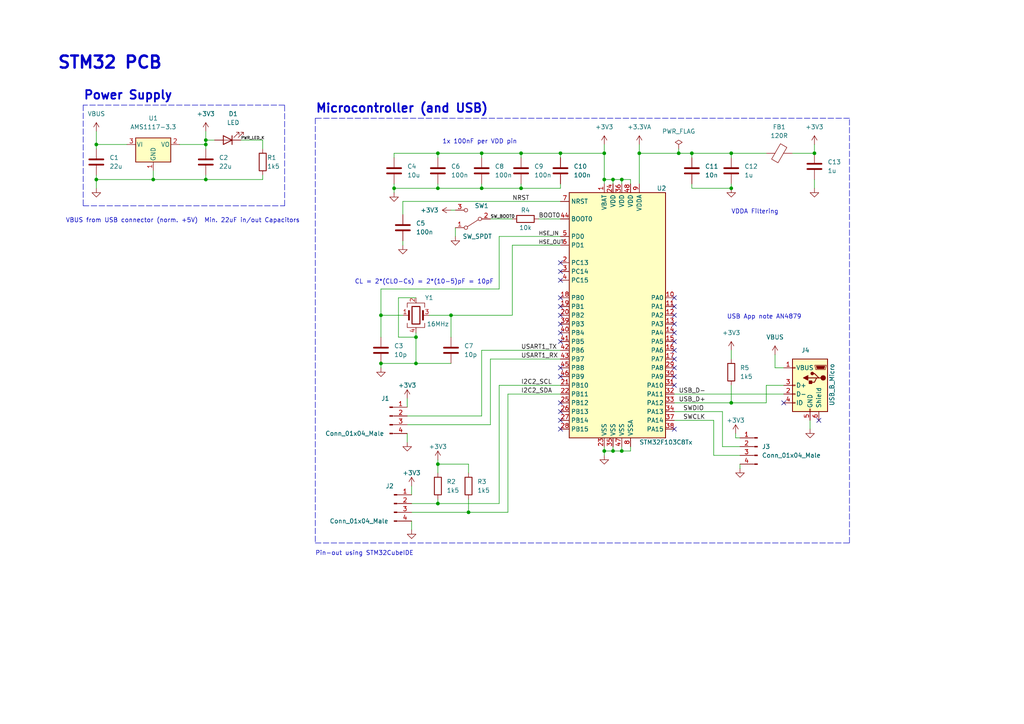
<source format=kicad_sch>
(kicad_sch (version 20211123) (generator eeschema)

  (uuid 9538e4ed-27e6-4c37-b989-9859dc0d49e8)

  (paper "A4")

  (title_block
    (title "STM32 PCB")
    (date "2024-12-15")
    (rev "0.1")
    (company "Firoz")
  )

  (lib_symbols
    (symbol "Connector:Conn_01x04_Male" (pin_names (offset 1.016) hide) (in_bom yes) (on_board yes)
      (property "Reference" "J" (id 0) (at 0 5.08 0)
        (effects (font (size 1.27 1.27)))
      )
      (property "Value" "Conn_01x04_Male" (id 1) (at 0 -7.62 0)
        (effects (font (size 1.27 1.27)))
      )
      (property "Footprint" "" (id 2) (at 0 0 0)
        (effects (font (size 1.27 1.27)) hide)
      )
      (property "Datasheet" "~" (id 3) (at 0 0 0)
        (effects (font (size 1.27 1.27)) hide)
      )
      (property "ki_keywords" "connector" (id 4) (at 0 0 0)
        (effects (font (size 1.27 1.27)) hide)
      )
      (property "ki_description" "Generic connector, single row, 01x04, script generated (kicad-library-utils/schlib/autogen/connector/)" (id 5) (at 0 0 0)
        (effects (font (size 1.27 1.27)) hide)
      )
      (property "ki_fp_filters" "Connector*:*_1x??_*" (id 6) (at 0 0 0)
        (effects (font (size 1.27 1.27)) hide)
      )
      (symbol "Conn_01x04_Male_1_1"
        (polyline
          (pts
            (xy 1.27 -5.08)
            (xy 0.8636 -5.08)
          )
          (stroke (width 0.1524) (type default) (color 0 0 0 0))
          (fill (type none))
        )
        (polyline
          (pts
            (xy 1.27 -2.54)
            (xy 0.8636 -2.54)
          )
          (stroke (width 0.1524) (type default) (color 0 0 0 0))
          (fill (type none))
        )
        (polyline
          (pts
            (xy 1.27 0)
            (xy 0.8636 0)
          )
          (stroke (width 0.1524) (type default) (color 0 0 0 0))
          (fill (type none))
        )
        (polyline
          (pts
            (xy 1.27 2.54)
            (xy 0.8636 2.54)
          )
          (stroke (width 0.1524) (type default) (color 0 0 0 0))
          (fill (type none))
        )
        (rectangle (start 0.8636 -4.953) (end 0 -5.207)
          (stroke (width 0.1524) (type default) (color 0 0 0 0))
          (fill (type outline))
        )
        (rectangle (start 0.8636 -2.413) (end 0 -2.667)
          (stroke (width 0.1524) (type default) (color 0 0 0 0))
          (fill (type outline))
        )
        (rectangle (start 0.8636 0.127) (end 0 -0.127)
          (stroke (width 0.1524) (type default) (color 0 0 0 0))
          (fill (type outline))
        )
        (rectangle (start 0.8636 2.667) (end 0 2.413)
          (stroke (width 0.1524) (type default) (color 0 0 0 0))
          (fill (type outline))
        )
        (pin passive line (at 5.08 2.54 180) (length 3.81)
          (name "Pin_1" (effects (font (size 1.27 1.27))))
          (number "1" (effects (font (size 1.27 1.27))))
        )
        (pin passive line (at 5.08 0 180) (length 3.81)
          (name "Pin_2" (effects (font (size 1.27 1.27))))
          (number "2" (effects (font (size 1.27 1.27))))
        )
        (pin passive line (at 5.08 -2.54 180) (length 3.81)
          (name "Pin_3" (effects (font (size 1.27 1.27))))
          (number "3" (effects (font (size 1.27 1.27))))
        )
        (pin passive line (at 5.08 -5.08 180) (length 3.81)
          (name "Pin_4" (effects (font (size 1.27 1.27))))
          (number "4" (effects (font (size 1.27 1.27))))
        )
      )
    )
    (symbol "Connector:USB_B_Micro" (pin_names (offset 1.016)) (in_bom yes) (on_board yes)
      (property "Reference" "J" (id 0) (at -5.08 11.43 0)
        (effects (font (size 1.27 1.27)) (justify left))
      )
      (property "Value" "USB_B_Micro" (id 1) (at -5.08 8.89 0)
        (effects (font (size 1.27 1.27)) (justify left))
      )
      (property "Footprint" "" (id 2) (at 3.81 -1.27 0)
        (effects (font (size 1.27 1.27)) hide)
      )
      (property "Datasheet" "~" (id 3) (at 3.81 -1.27 0)
        (effects (font (size 1.27 1.27)) hide)
      )
      (property "ki_keywords" "connector USB micro" (id 4) (at 0 0 0)
        (effects (font (size 1.27 1.27)) hide)
      )
      (property "ki_description" "USB Micro Type B connector" (id 5) (at 0 0 0)
        (effects (font (size 1.27 1.27)) hide)
      )
      (property "ki_fp_filters" "USB*" (id 6) (at 0 0 0)
        (effects (font (size 1.27 1.27)) hide)
      )
      (symbol "USB_B_Micro_0_1"
        (rectangle (start -5.08 -7.62) (end 5.08 7.62)
          (stroke (width 0.254) (type default) (color 0 0 0 0))
          (fill (type background))
        )
        (circle (center -3.81 2.159) (radius 0.635)
          (stroke (width 0.254) (type default) (color 0 0 0 0))
          (fill (type outline))
        )
        (circle (center -0.635 3.429) (radius 0.381)
          (stroke (width 0.254) (type default) (color 0 0 0 0))
          (fill (type outline))
        )
        (rectangle (start -0.127 -7.62) (end 0.127 -6.858)
          (stroke (width 0) (type default) (color 0 0 0 0))
          (fill (type none))
        )
        (polyline
          (pts
            (xy -1.905 2.159)
            (xy 0.635 2.159)
          )
          (stroke (width 0.254) (type default) (color 0 0 0 0))
          (fill (type none))
        )
        (polyline
          (pts
            (xy -3.175 2.159)
            (xy -2.54 2.159)
            (xy -1.27 3.429)
            (xy -0.635 3.429)
          )
          (stroke (width 0.254) (type default) (color 0 0 0 0))
          (fill (type none))
        )
        (polyline
          (pts
            (xy -2.54 2.159)
            (xy -1.905 2.159)
            (xy -1.27 0.889)
            (xy 0 0.889)
          )
          (stroke (width 0.254) (type default) (color 0 0 0 0))
          (fill (type none))
        )
        (polyline
          (pts
            (xy 0.635 2.794)
            (xy 0.635 1.524)
            (xy 1.905 2.159)
            (xy 0.635 2.794)
          )
          (stroke (width 0.254) (type default) (color 0 0 0 0))
          (fill (type outline))
        )
        (polyline
          (pts
            (xy -4.318 5.588)
            (xy -1.778 5.588)
            (xy -2.032 4.826)
            (xy -4.064 4.826)
            (xy -4.318 5.588)
          )
          (stroke (width 0) (type default) (color 0 0 0 0))
          (fill (type outline))
        )
        (polyline
          (pts
            (xy -4.699 5.842)
            (xy -4.699 5.588)
            (xy -4.445 4.826)
            (xy -4.445 4.572)
            (xy -1.651 4.572)
            (xy -1.651 4.826)
            (xy -1.397 5.588)
            (xy -1.397 5.842)
            (xy -4.699 5.842)
          )
          (stroke (width 0) (type default) (color 0 0 0 0))
          (fill (type none))
        )
        (rectangle (start 0.254 1.27) (end -0.508 0.508)
          (stroke (width 0.254) (type default) (color 0 0 0 0))
          (fill (type outline))
        )
        (rectangle (start 5.08 -5.207) (end 4.318 -4.953)
          (stroke (width 0) (type default) (color 0 0 0 0))
          (fill (type none))
        )
        (rectangle (start 5.08 -2.667) (end 4.318 -2.413)
          (stroke (width 0) (type default) (color 0 0 0 0))
          (fill (type none))
        )
        (rectangle (start 5.08 -0.127) (end 4.318 0.127)
          (stroke (width 0) (type default) (color 0 0 0 0))
          (fill (type none))
        )
        (rectangle (start 5.08 4.953) (end 4.318 5.207)
          (stroke (width 0) (type default) (color 0 0 0 0))
          (fill (type none))
        )
      )
      (symbol "USB_B_Micro_1_1"
        (pin power_out line (at 7.62 5.08 180) (length 2.54)
          (name "VBUS" (effects (font (size 1.27 1.27))))
          (number "1" (effects (font (size 1.27 1.27))))
        )
        (pin bidirectional line (at 7.62 -2.54 180) (length 2.54)
          (name "D-" (effects (font (size 1.27 1.27))))
          (number "2" (effects (font (size 1.27 1.27))))
        )
        (pin bidirectional line (at 7.62 0 180) (length 2.54)
          (name "D+" (effects (font (size 1.27 1.27))))
          (number "3" (effects (font (size 1.27 1.27))))
        )
        (pin passive line (at 7.62 -5.08 180) (length 2.54)
          (name "ID" (effects (font (size 1.27 1.27))))
          (number "4" (effects (font (size 1.27 1.27))))
        )
        (pin power_out line (at 0 -10.16 90) (length 2.54)
          (name "GND" (effects (font (size 1.27 1.27))))
          (number "5" (effects (font (size 1.27 1.27))))
        )
        (pin passive line (at -2.54 -10.16 90) (length 2.54)
          (name "Shield" (effects (font (size 1.27 1.27))))
          (number "6" (effects (font (size 1.27 1.27))))
        )
      )
    )
    (symbol "Device:C" (pin_numbers hide) (pin_names (offset 0.254)) (in_bom yes) (on_board yes)
      (property "Reference" "C" (id 0) (at 0.635 2.54 0)
        (effects (font (size 1.27 1.27)) (justify left))
      )
      (property "Value" "C" (id 1) (at 0.635 -2.54 0)
        (effects (font (size 1.27 1.27)) (justify left))
      )
      (property "Footprint" "" (id 2) (at 0.9652 -3.81 0)
        (effects (font (size 1.27 1.27)) hide)
      )
      (property "Datasheet" "~" (id 3) (at 0 0 0)
        (effects (font (size 1.27 1.27)) hide)
      )
      (property "ki_keywords" "cap capacitor" (id 4) (at 0 0 0)
        (effects (font (size 1.27 1.27)) hide)
      )
      (property "ki_description" "Unpolarized capacitor" (id 5) (at 0 0 0)
        (effects (font (size 1.27 1.27)) hide)
      )
      (property "ki_fp_filters" "C_*" (id 6) (at 0 0 0)
        (effects (font (size 1.27 1.27)) hide)
      )
      (symbol "C_0_1"
        (polyline
          (pts
            (xy -2.032 -0.762)
            (xy 2.032 -0.762)
          )
          (stroke (width 0.508) (type default) (color 0 0 0 0))
          (fill (type none))
        )
        (polyline
          (pts
            (xy -2.032 0.762)
            (xy 2.032 0.762)
          )
          (stroke (width 0.508) (type default) (color 0 0 0 0))
          (fill (type none))
        )
      )
      (symbol "C_1_1"
        (pin passive line (at 0 3.81 270) (length 2.794)
          (name "~" (effects (font (size 1.27 1.27))))
          (number "1" (effects (font (size 1.27 1.27))))
        )
        (pin passive line (at 0 -3.81 90) (length 2.794)
          (name "~" (effects (font (size 1.27 1.27))))
          (number "2" (effects (font (size 1.27 1.27))))
        )
      )
    )
    (symbol "Device:Crystal_GND24" (pin_names (offset 1.016) hide) (in_bom yes) (on_board yes)
      (property "Reference" "Y" (id 0) (at 3.175 5.08 0)
        (effects (font (size 1.27 1.27)) (justify left))
      )
      (property "Value" "Crystal_GND24" (id 1) (at 3.175 3.175 0)
        (effects (font (size 1.27 1.27)) (justify left))
      )
      (property "Footprint" "" (id 2) (at 0 0 0)
        (effects (font (size 1.27 1.27)) hide)
      )
      (property "Datasheet" "~" (id 3) (at 0 0 0)
        (effects (font (size 1.27 1.27)) hide)
      )
      (property "ki_keywords" "quartz ceramic resonator oscillator" (id 4) (at 0 0 0)
        (effects (font (size 1.27 1.27)) hide)
      )
      (property "ki_description" "Four pin crystal, GND on pins 2 and 4" (id 5) (at 0 0 0)
        (effects (font (size 1.27 1.27)) hide)
      )
      (property "ki_fp_filters" "Crystal*" (id 6) (at 0 0 0)
        (effects (font (size 1.27 1.27)) hide)
      )
      (symbol "Crystal_GND24_0_1"
        (rectangle (start -1.143 2.54) (end 1.143 -2.54)
          (stroke (width 0.3048) (type default) (color 0 0 0 0))
          (fill (type none))
        )
        (polyline
          (pts
            (xy -2.54 0)
            (xy -2.032 0)
          )
          (stroke (width 0) (type default) (color 0 0 0 0))
          (fill (type none))
        )
        (polyline
          (pts
            (xy -2.032 -1.27)
            (xy -2.032 1.27)
          )
          (stroke (width 0.508) (type default) (color 0 0 0 0))
          (fill (type none))
        )
        (polyline
          (pts
            (xy 0 -3.81)
            (xy 0 -3.556)
          )
          (stroke (width 0) (type default) (color 0 0 0 0))
          (fill (type none))
        )
        (polyline
          (pts
            (xy 0 3.556)
            (xy 0 3.81)
          )
          (stroke (width 0) (type default) (color 0 0 0 0))
          (fill (type none))
        )
        (polyline
          (pts
            (xy 2.032 -1.27)
            (xy 2.032 1.27)
          )
          (stroke (width 0.508) (type default) (color 0 0 0 0))
          (fill (type none))
        )
        (polyline
          (pts
            (xy 2.032 0)
            (xy 2.54 0)
          )
          (stroke (width 0) (type default) (color 0 0 0 0))
          (fill (type none))
        )
        (polyline
          (pts
            (xy -2.54 -2.286)
            (xy -2.54 -3.556)
            (xy 2.54 -3.556)
            (xy 2.54 -2.286)
          )
          (stroke (width 0) (type default) (color 0 0 0 0))
          (fill (type none))
        )
        (polyline
          (pts
            (xy -2.54 2.286)
            (xy -2.54 3.556)
            (xy 2.54 3.556)
            (xy 2.54 2.286)
          )
          (stroke (width 0) (type default) (color 0 0 0 0))
          (fill (type none))
        )
      )
      (symbol "Crystal_GND24_1_1"
        (pin passive line (at -3.81 0 0) (length 1.27)
          (name "1" (effects (font (size 1.27 1.27))))
          (number "1" (effects (font (size 1.27 1.27))))
        )
        (pin passive line (at 0 5.08 270) (length 1.27)
          (name "2" (effects (font (size 1.27 1.27))))
          (number "2" (effects (font (size 1.27 1.27))))
        )
        (pin passive line (at 3.81 0 180) (length 1.27)
          (name "3" (effects (font (size 1.27 1.27))))
          (number "3" (effects (font (size 1.27 1.27))))
        )
        (pin passive line (at 0 -5.08 90) (length 1.27)
          (name "4" (effects (font (size 1.27 1.27))))
          (number "4" (effects (font (size 1.27 1.27))))
        )
      )
    )
    (symbol "Device:FerriteBead" (pin_numbers hide) (pin_names (offset 0)) (in_bom yes) (on_board yes)
      (property "Reference" "FB" (id 0) (at -3.81 0.635 90)
        (effects (font (size 1.27 1.27)))
      )
      (property "Value" "FerriteBead" (id 1) (at 3.81 0 90)
        (effects (font (size 1.27 1.27)))
      )
      (property "Footprint" "" (id 2) (at -1.778 0 90)
        (effects (font (size 1.27 1.27)) hide)
      )
      (property "Datasheet" "~" (id 3) (at 0 0 0)
        (effects (font (size 1.27 1.27)) hide)
      )
      (property "ki_keywords" "L ferrite bead inductor filter" (id 4) (at 0 0 0)
        (effects (font (size 1.27 1.27)) hide)
      )
      (property "ki_description" "Ferrite bead" (id 5) (at 0 0 0)
        (effects (font (size 1.27 1.27)) hide)
      )
      (property "ki_fp_filters" "Inductor_* L_* *Ferrite*" (id 6) (at 0 0 0)
        (effects (font (size 1.27 1.27)) hide)
      )
      (symbol "FerriteBead_0_1"
        (polyline
          (pts
            (xy 0 -1.27)
            (xy 0 -1.2192)
          )
          (stroke (width 0) (type default) (color 0 0 0 0))
          (fill (type none))
        )
        (polyline
          (pts
            (xy 0 1.27)
            (xy 0 1.2954)
          )
          (stroke (width 0) (type default) (color 0 0 0 0))
          (fill (type none))
        )
        (polyline
          (pts
            (xy -2.7686 0.4064)
            (xy -1.7018 2.2606)
            (xy 2.7686 -0.3048)
            (xy 1.6764 -2.159)
            (xy -2.7686 0.4064)
          )
          (stroke (width 0) (type default) (color 0 0 0 0))
          (fill (type none))
        )
      )
      (symbol "FerriteBead_1_1"
        (pin passive line (at 0 3.81 270) (length 2.54)
          (name "~" (effects (font (size 1.27 1.27))))
          (number "1" (effects (font (size 1.27 1.27))))
        )
        (pin passive line (at 0 -3.81 90) (length 2.54)
          (name "~" (effects (font (size 1.27 1.27))))
          (number "2" (effects (font (size 1.27 1.27))))
        )
      )
    )
    (symbol "Device:LED" (pin_numbers hide) (pin_names (offset 1.016) hide) (in_bom yes) (on_board yes)
      (property "Reference" "D" (id 0) (at 0 2.54 0)
        (effects (font (size 1.27 1.27)))
      )
      (property "Value" "LED" (id 1) (at 0 -2.54 0)
        (effects (font (size 1.27 1.27)))
      )
      (property "Footprint" "" (id 2) (at 0 0 0)
        (effects (font (size 1.27 1.27)) hide)
      )
      (property "Datasheet" "~" (id 3) (at 0 0 0)
        (effects (font (size 1.27 1.27)) hide)
      )
      (property "ki_keywords" "LED diode" (id 4) (at 0 0 0)
        (effects (font (size 1.27 1.27)) hide)
      )
      (property "ki_description" "Light emitting diode" (id 5) (at 0 0 0)
        (effects (font (size 1.27 1.27)) hide)
      )
      (property "ki_fp_filters" "LED* LED_SMD:* LED_THT:*" (id 6) (at 0 0 0)
        (effects (font (size 1.27 1.27)) hide)
      )
      (symbol "LED_0_1"
        (polyline
          (pts
            (xy -1.27 -1.27)
            (xy -1.27 1.27)
          )
          (stroke (width 0.254) (type default) (color 0 0 0 0))
          (fill (type none))
        )
        (polyline
          (pts
            (xy -1.27 0)
            (xy 1.27 0)
          )
          (stroke (width 0) (type default) (color 0 0 0 0))
          (fill (type none))
        )
        (polyline
          (pts
            (xy 1.27 -1.27)
            (xy 1.27 1.27)
            (xy -1.27 0)
            (xy 1.27 -1.27)
          )
          (stroke (width 0.254) (type default) (color 0 0 0 0))
          (fill (type none))
        )
        (polyline
          (pts
            (xy -3.048 -0.762)
            (xy -4.572 -2.286)
            (xy -3.81 -2.286)
            (xy -4.572 -2.286)
            (xy -4.572 -1.524)
          )
          (stroke (width 0) (type default) (color 0 0 0 0))
          (fill (type none))
        )
        (polyline
          (pts
            (xy -1.778 -0.762)
            (xy -3.302 -2.286)
            (xy -2.54 -2.286)
            (xy -3.302 -2.286)
            (xy -3.302 -1.524)
          )
          (stroke (width 0) (type default) (color 0 0 0 0))
          (fill (type none))
        )
      )
      (symbol "LED_1_1"
        (pin passive line (at -3.81 0 0) (length 2.54)
          (name "K" (effects (font (size 1.27 1.27))))
          (number "1" (effects (font (size 1.27 1.27))))
        )
        (pin passive line (at 3.81 0 180) (length 2.54)
          (name "A" (effects (font (size 1.27 1.27))))
          (number "2" (effects (font (size 1.27 1.27))))
        )
      )
    )
    (symbol "Device:R" (pin_numbers hide) (pin_names (offset 0)) (in_bom yes) (on_board yes)
      (property "Reference" "R" (id 0) (at 2.032 0 90)
        (effects (font (size 1.27 1.27)))
      )
      (property "Value" "R" (id 1) (at 0 0 90)
        (effects (font (size 1.27 1.27)))
      )
      (property "Footprint" "" (id 2) (at -1.778 0 90)
        (effects (font (size 1.27 1.27)) hide)
      )
      (property "Datasheet" "~" (id 3) (at 0 0 0)
        (effects (font (size 1.27 1.27)) hide)
      )
      (property "ki_keywords" "R res resistor" (id 4) (at 0 0 0)
        (effects (font (size 1.27 1.27)) hide)
      )
      (property "ki_description" "Resistor" (id 5) (at 0 0 0)
        (effects (font (size 1.27 1.27)) hide)
      )
      (property "ki_fp_filters" "R_*" (id 6) (at 0 0 0)
        (effects (font (size 1.27 1.27)) hide)
      )
      (symbol "R_0_1"
        (rectangle (start -1.016 -2.54) (end 1.016 2.54)
          (stroke (width 0.254) (type default) (color 0 0 0 0))
          (fill (type none))
        )
      )
      (symbol "R_1_1"
        (pin passive line (at 0 3.81 270) (length 1.27)
          (name "~" (effects (font (size 1.27 1.27))))
          (number "1" (effects (font (size 1.27 1.27))))
        )
        (pin passive line (at 0 -3.81 90) (length 1.27)
          (name "~" (effects (font (size 1.27 1.27))))
          (number "2" (effects (font (size 1.27 1.27))))
        )
      )
    )
    (symbol "MCU_ST_STM32F1:STM32F103C8Tx" (in_bom yes) (on_board yes)
      (property "Reference" "U" (id 0) (at -15.24 36.83 0)
        (effects (font (size 1.27 1.27)) (justify left))
      )
      (property "Value" "STM32F103C8Tx" (id 1) (at 7.62 36.83 0)
        (effects (font (size 1.27 1.27)) (justify left))
      )
      (property "Footprint" "Package_QFP:LQFP-48_7x7mm_P0.5mm" (id 2) (at -15.24 -35.56 0)
        (effects (font (size 1.27 1.27)) (justify right) hide)
      )
      (property "Datasheet" "http://www.st.com/st-web-ui/static/active/en/resource/technical/document/datasheet/CD00161566.pdf" (id 3) (at 0 0 0)
        (effects (font (size 1.27 1.27)) hide)
      )
      (property "ki_keywords" "ARM Cortex-M3 STM32F1 STM32F103" (id 4) (at 0 0 0)
        (effects (font (size 1.27 1.27)) hide)
      )
      (property "ki_description" "ARM Cortex-M3 MCU, 64KB flash, 20KB RAM, 72MHz, 2-3.6V, 37 GPIO, LQFP-48" (id 5) (at 0 0 0)
        (effects (font (size 1.27 1.27)) hide)
      )
      (property "ki_fp_filters" "LQFP*7x7mm*P0.5mm*" (id 6) (at 0 0 0)
        (effects (font (size 1.27 1.27)) hide)
      )
      (symbol "STM32F103C8Tx_0_1"
        (rectangle (start -15.24 -35.56) (end 12.7 35.56)
          (stroke (width 0.254) (type default) (color 0 0 0 0))
          (fill (type background))
        )
      )
      (symbol "STM32F103C8Tx_1_1"
        (pin power_in line (at -5.08 38.1 270) (length 2.54)
          (name "VBAT" (effects (font (size 1.27 1.27))))
          (number "1" (effects (font (size 1.27 1.27))))
        )
        (pin bidirectional line (at 15.24 5.08 180) (length 2.54)
          (name "PA0" (effects (font (size 1.27 1.27))))
          (number "10" (effects (font (size 1.27 1.27))))
        )
        (pin bidirectional line (at 15.24 2.54 180) (length 2.54)
          (name "PA1" (effects (font (size 1.27 1.27))))
          (number "11" (effects (font (size 1.27 1.27))))
        )
        (pin bidirectional line (at 15.24 0 180) (length 2.54)
          (name "PA2" (effects (font (size 1.27 1.27))))
          (number "12" (effects (font (size 1.27 1.27))))
        )
        (pin bidirectional line (at 15.24 -2.54 180) (length 2.54)
          (name "PA3" (effects (font (size 1.27 1.27))))
          (number "13" (effects (font (size 1.27 1.27))))
        )
        (pin bidirectional line (at 15.24 -5.08 180) (length 2.54)
          (name "PA4" (effects (font (size 1.27 1.27))))
          (number "14" (effects (font (size 1.27 1.27))))
        )
        (pin bidirectional line (at 15.24 -7.62 180) (length 2.54)
          (name "PA5" (effects (font (size 1.27 1.27))))
          (number "15" (effects (font (size 1.27 1.27))))
        )
        (pin bidirectional line (at 15.24 -10.16 180) (length 2.54)
          (name "PA6" (effects (font (size 1.27 1.27))))
          (number "16" (effects (font (size 1.27 1.27))))
        )
        (pin bidirectional line (at 15.24 -12.7 180) (length 2.54)
          (name "PA7" (effects (font (size 1.27 1.27))))
          (number "17" (effects (font (size 1.27 1.27))))
        )
        (pin bidirectional line (at -17.78 5.08 0) (length 2.54)
          (name "PB0" (effects (font (size 1.27 1.27))))
          (number "18" (effects (font (size 1.27 1.27))))
        )
        (pin bidirectional line (at -17.78 2.54 0) (length 2.54)
          (name "PB1" (effects (font (size 1.27 1.27))))
          (number "19" (effects (font (size 1.27 1.27))))
        )
        (pin bidirectional line (at -17.78 15.24 0) (length 2.54)
          (name "PC13" (effects (font (size 1.27 1.27))))
          (number "2" (effects (font (size 1.27 1.27))))
        )
        (pin bidirectional line (at -17.78 0 0) (length 2.54)
          (name "PB2" (effects (font (size 1.27 1.27))))
          (number "20" (effects (font (size 1.27 1.27))))
        )
        (pin bidirectional line (at -17.78 -20.32 0) (length 2.54)
          (name "PB10" (effects (font (size 1.27 1.27))))
          (number "21" (effects (font (size 1.27 1.27))))
        )
        (pin bidirectional line (at -17.78 -22.86 0) (length 2.54)
          (name "PB11" (effects (font (size 1.27 1.27))))
          (number "22" (effects (font (size 1.27 1.27))))
        )
        (pin power_in line (at -5.08 -38.1 90) (length 2.54)
          (name "VSS" (effects (font (size 1.27 1.27))))
          (number "23" (effects (font (size 1.27 1.27))))
        )
        (pin power_in line (at -2.54 38.1 270) (length 2.54)
          (name "VDD" (effects (font (size 1.27 1.27))))
          (number "24" (effects (font (size 1.27 1.27))))
        )
        (pin bidirectional line (at -17.78 -25.4 0) (length 2.54)
          (name "PB12" (effects (font (size 1.27 1.27))))
          (number "25" (effects (font (size 1.27 1.27))))
        )
        (pin bidirectional line (at -17.78 -27.94 0) (length 2.54)
          (name "PB13" (effects (font (size 1.27 1.27))))
          (number "26" (effects (font (size 1.27 1.27))))
        )
        (pin bidirectional line (at -17.78 -30.48 0) (length 2.54)
          (name "PB14" (effects (font (size 1.27 1.27))))
          (number "27" (effects (font (size 1.27 1.27))))
        )
        (pin bidirectional line (at -17.78 -33.02 0) (length 2.54)
          (name "PB15" (effects (font (size 1.27 1.27))))
          (number "28" (effects (font (size 1.27 1.27))))
        )
        (pin bidirectional line (at 15.24 -15.24 180) (length 2.54)
          (name "PA8" (effects (font (size 1.27 1.27))))
          (number "29" (effects (font (size 1.27 1.27))))
        )
        (pin bidirectional line (at -17.78 12.7 0) (length 2.54)
          (name "PC14" (effects (font (size 1.27 1.27))))
          (number "3" (effects (font (size 1.27 1.27))))
        )
        (pin bidirectional line (at 15.24 -17.78 180) (length 2.54)
          (name "PA9" (effects (font (size 1.27 1.27))))
          (number "30" (effects (font (size 1.27 1.27))))
        )
        (pin bidirectional line (at 15.24 -20.32 180) (length 2.54)
          (name "PA10" (effects (font (size 1.27 1.27))))
          (number "31" (effects (font (size 1.27 1.27))))
        )
        (pin bidirectional line (at 15.24 -22.86 180) (length 2.54)
          (name "PA11" (effects (font (size 1.27 1.27))))
          (number "32" (effects (font (size 1.27 1.27))))
        )
        (pin bidirectional line (at 15.24 -25.4 180) (length 2.54)
          (name "PA12" (effects (font (size 1.27 1.27))))
          (number "33" (effects (font (size 1.27 1.27))))
        )
        (pin bidirectional line (at 15.24 -27.94 180) (length 2.54)
          (name "PA13" (effects (font (size 1.27 1.27))))
          (number "34" (effects (font (size 1.27 1.27))))
        )
        (pin power_in line (at -2.54 -38.1 90) (length 2.54)
          (name "VSS" (effects (font (size 1.27 1.27))))
          (number "35" (effects (font (size 1.27 1.27))))
        )
        (pin power_in line (at 0 38.1 270) (length 2.54)
          (name "VDD" (effects (font (size 1.27 1.27))))
          (number "36" (effects (font (size 1.27 1.27))))
        )
        (pin bidirectional line (at 15.24 -30.48 180) (length 2.54)
          (name "PA14" (effects (font (size 1.27 1.27))))
          (number "37" (effects (font (size 1.27 1.27))))
        )
        (pin bidirectional line (at 15.24 -33.02 180) (length 2.54)
          (name "PA15" (effects (font (size 1.27 1.27))))
          (number "38" (effects (font (size 1.27 1.27))))
        )
        (pin bidirectional line (at -17.78 -2.54 0) (length 2.54)
          (name "PB3" (effects (font (size 1.27 1.27))))
          (number "39" (effects (font (size 1.27 1.27))))
        )
        (pin bidirectional line (at -17.78 10.16 0) (length 2.54)
          (name "PC15" (effects (font (size 1.27 1.27))))
          (number "4" (effects (font (size 1.27 1.27))))
        )
        (pin bidirectional line (at -17.78 -5.08 0) (length 2.54)
          (name "PB4" (effects (font (size 1.27 1.27))))
          (number "40" (effects (font (size 1.27 1.27))))
        )
        (pin bidirectional line (at -17.78 -7.62 0) (length 2.54)
          (name "PB5" (effects (font (size 1.27 1.27))))
          (number "41" (effects (font (size 1.27 1.27))))
        )
        (pin bidirectional line (at -17.78 -10.16 0) (length 2.54)
          (name "PB6" (effects (font (size 1.27 1.27))))
          (number "42" (effects (font (size 1.27 1.27))))
        )
        (pin bidirectional line (at -17.78 -12.7 0) (length 2.54)
          (name "PB7" (effects (font (size 1.27 1.27))))
          (number "43" (effects (font (size 1.27 1.27))))
        )
        (pin input line (at -17.78 27.94 0) (length 2.54)
          (name "BOOT0" (effects (font (size 1.27 1.27))))
          (number "44" (effects (font (size 1.27 1.27))))
        )
        (pin bidirectional line (at -17.78 -15.24 0) (length 2.54)
          (name "PB8" (effects (font (size 1.27 1.27))))
          (number "45" (effects (font (size 1.27 1.27))))
        )
        (pin bidirectional line (at -17.78 -17.78 0) (length 2.54)
          (name "PB9" (effects (font (size 1.27 1.27))))
          (number "46" (effects (font (size 1.27 1.27))))
        )
        (pin power_in line (at 0 -38.1 90) (length 2.54)
          (name "VSS" (effects (font (size 1.27 1.27))))
          (number "47" (effects (font (size 1.27 1.27))))
        )
        (pin power_in line (at 2.54 38.1 270) (length 2.54)
          (name "VDD" (effects (font (size 1.27 1.27))))
          (number "48" (effects (font (size 1.27 1.27))))
        )
        (pin input line (at -17.78 22.86 0) (length 2.54)
          (name "PD0" (effects (font (size 1.27 1.27))))
          (number "5" (effects (font (size 1.27 1.27))))
        )
        (pin input line (at -17.78 20.32 0) (length 2.54)
          (name "PD1" (effects (font (size 1.27 1.27))))
          (number "6" (effects (font (size 1.27 1.27))))
        )
        (pin input line (at -17.78 33.02 0) (length 2.54)
          (name "NRST" (effects (font (size 1.27 1.27))))
          (number "7" (effects (font (size 1.27 1.27))))
        )
        (pin power_in line (at 2.54 -38.1 90) (length 2.54)
          (name "VSSA" (effects (font (size 1.27 1.27))))
          (number "8" (effects (font (size 1.27 1.27))))
        )
        (pin power_in line (at 5.08 38.1 270) (length 2.54)
          (name "VDDA" (effects (font (size 1.27 1.27))))
          (number "9" (effects (font (size 1.27 1.27))))
        )
      )
    )
    (symbol "Regulator_Linear:AMS1117-3.3" (pin_names (offset 0.254)) (in_bom yes) (on_board yes)
      (property "Reference" "U" (id 0) (at -3.81 3.175 0)
        (effects (font (size 1.27 1.27)))
      )
      (property "Value" "AMS1117-3.3" (id 1) (at 0 3.175 0)
        (effects (font (size 1.27 1.27)) (justify left))
      )
      (property "Footprint" "Package_TO_SOT_SMD:SOT-223-3_TabPin2" (id 2) (at 0 5.08 0)
        (effects (font (size 1.27 1.27)) hide)
      )
      (property "Datasheet" "http://www.advanced-monolithic.com/pdf/ds1117.pdf" (id 3) (at 2.54 -6.35 0)
        (effects (font (size 1.27 1.27)) hide)
      )
      (property "ki_keywords" "linear regulator ldo fixed positive" (id 4) (at 0 0 0)
        (effects (font (size 1.27 1.27)) hide)
      )
      (property "ki_description" "1A Low Dropout regulator, positive, 3.3V fixed output, SOT-223" (id 5) (at 0 0 0)
        (effects (font (size 1.27 1.27)) hide)
      )
      (property "ki_fp_filters" "SOT?223*TabPin2*" (id 6) (at 0 0 0)
        (effects (font (size 1.27 1.27)) hide)
      )
      (symbol "AMS1117-3.3_0_1"
        (rectangle (start -5.08 -5.08) (end 5.08 1.905)
          (stroke (width 0.254) (type default) (color 0 0 0 0))
          (fill (type background))
        )
      )
      (symbol "AMS1117-3.3_1_1"
        (pin power_in line (at 0 -7.62 90) (length 2.54)
          (name "GND" (effects (font (size 1.27 1.27))))
          (number "1" (effects (font (size 1.27 1.27))))
        )
        (pin power_out line (at 7.62 0 180) (length 2.54)
          (name "VO" (effects (font (size 1.27 1.27))))
          (number "2" (effects (font (size 1.27 1.27))))
        )
        (pin power_in line (at -7.62 0 0) (length 2.54)
          (name "VI" (effects (font (size 1.27 1.27))))
          (number "3" (effects (font (size 1.27 1.27))))
        )
      )
    )
    (symbol "Switch:SW_SPDT" (pin_names (offset 0) hide) (in_bom yes) (on_board yes)
      (property "Reference" "SW" (id 0) (at 0 4.318 0)
        (effects (font (size 1.27 1.27)))
      )
      (property "Value" "SW_SPDT" (id 1) (at 0 -5.08 0)
        (effects (font (size 1.27 1.27)))
      )
      (property "Footprint" "" (id 2) (at 0 0 0)
        (effects (font (size 1.27 1.27)) hide)
      )
      (property "Datasheet" "~" (id 3) (at 0 0 0)
        (effects (font (size 1.27 1.27)) hide)
      )
      (property "ki_keywords" "switch single-pole double-throw spdt ON-ON" (id 4) (at 0 0 0)
        (effects (font (size 1.27 1.27)) hide)
      )
      (property "ki_description" "Switch, single pole double throw" (id 5) (at 0 0 0)
        (effects (font (size 1.27 1.27)) hide)
      )
      (symbol "SW_SPDT_0_0"
        (circle (center -2.032 0) (radius 0.508)
          (stroke (width 0) (type default) (color 0 0 0 0))
          (fill (type none))
        )
        (circle (center 2.032 -2.54) (radius 0.508)
          (stroke (width 0) (type default) (color 0 0 0 0))
          (fill (type none))
        )
      )
      (symbol "SW_SPDT_0_1"
        (polyline
          (pts
            (xy -1.524 0.254)
            (xy 1.651 2.286)
          )
          (stroke (width 0) (type default) (color 0 0 0 0))
          (fill (type none))
        )
        (circle (center 2.032 2.54) (radius 0.508)
          (stroke (width 0) (type default) (color 0 0 0 0))
          (fill (type none))
        )
      )
      (symbol "SW_SPDT_1_1"
        (pin passive line (at 5.08 2.54 180) (length 2.54)
          (name "A" (effects (font (size 1.27 1.27))))
          (number "1" (effects (font (size 1.27 1.27))))
        )
        (pin passive line (at -5.08 0 0) (length 2.54)
          (name "B" (effects (font (size 1.27 1.27))))
          (number "2" (effects (font (size 1.27 1.27))))
        )
        (pin passive line (at 5.08 -2.54 180) (length 2.54)
          (name "C" (effects (font (size 1.27 1.27))))
          (number "3" (effects (font (size 1.27 1.27))))
        )
      )
    )
    (symbol "power:+3.3V" (power) (pin_names (offset 0)) (in_bom yes) (on_board yes)
      (property "Reference" "#PWR" (id 0) (at 0 -3.81 0)
        (effects (font (size 1.27 1.27)) hide)
      )
      (property "Value" "+3.3V" (id 1) (at 0 3.556 0)
        (effects (font (size 1.27 1.27)))
      )
      (property "Footprint" "" (id 2) (at 0 0 0)
        (effects (font (size 1.27 1.27)) hide)
      )
      (property "Datasheet" "" (id 3) (at 0 0 0)
        (effects (font (size 1.27 1.27)) hide)
      )
      (property "ki_keywords" "power-flag" (id 4) (at 0 0 0)
        (effects (font (size 1.27 1.27)) hide)
      )
      (property "ki_description" "Power symbol creates a global label with name \"+3.3V\"" (id 5) (at 0 0 0)
        (effects (font (size 1.27 1.27)) hide)
      )
      (symbol "+3.3V_0_1"
        (polyline
          (pts
            (xy -0.762 1.27)
            (xy 0 2.54)
          )
          (stroke (width 0) (type default) (color 0 0 0 0))
          (fill (type none))
        )
        (polyline
          (pts
            (xy 0 0)
            (xy 0 2.54)
          )
          (stroke (width 0) (type default) (color 0 0 0 0))
          (fill (type none))
        )
        (polyline
          (pts
            (xy 0 2.54)
            (xy 0.762 1.27)
          )
          (stroke (width 0) (type default) (color 0 0 0 0))
          (fill (type none))
        )
      )
      (symbol "+3.3V_1_1"
        (pin power_in line (at 0 0 90) (length 0) hide
          (name "+3V3" (effects (font (size 1.27 1.27))))
          (number "1" (effects (font (size 1.27 1.27))))
        )
      )
    )
    (symbol "power:+3.3VA" (power) (pin_names (offset 0)) (in_bom yes) (on_board yes)
      (property "Reference" "#PWR" (id 0) (at 0 -3.81 0)
        (effects (font (size 1.27 1.27)) hide)
      )
      (property "Value" "+3.3VA" (id 1) (at 0 3.556 0)
        (effects (font (size 1.27 1.27)))
      )
      (property "Footprint" "" (id 2) (at 0 0 0)
        (effects (font (size 1.27 1.27)) hide)
      )
      (property "Datasheet" "" (id 3) (at 0 0 0)
        (effects (font (size 1.27 1.27)) hide)
      )
      (property "ki_keywords" "power-flag" (id 4) (at 0 0 0)
        (effects (font (size 1.27 1.27)) hide)
      )
      (property "ki_description" "Power symbol creates a global label with name \"+3.3VA\"" (id 5) (at 0 0 0)
        (effects (font (size 1.27 1.27)) hide)
      )
      (symbol "+3.3VA_0_1"
        (polyline
          (pts
            (xy -0.762 1.27)
            (xy 0 2.54)
          )
          (stroke (width 0) (type default) (color 0 0 0 0))
          (fill (type none))
        )
        (polyline
          (pts
            (xy 0 0)
            (xy 0 2.54)
          )
          (stroke (width 0) (type default) (color 0 0 0 0))
          (fill (type none))
        )
        (polyline
          (pts
            (xy 0 2.54)
            (xy 0.762 1.27)
          )
          (stroke (width 0) (type default) (color 0 0 0 0))
          (fill (type none))
        )
      )
      (symbol "+3.3VA_1_1"
        (pin power_in line (at 0 0 90) (length 0) hide
          (name "+3.3VA" (effects (font (size 1.27 1.27))))
          (number "1" (effects (font (size 1.27 1.27))))
        )
      )
    )
    (symbol "power:GND" (power) (pin_names (offset 0)) (in_bom yes) (on_board yes)
      (property "Reference" "#PWR" (id 0) (at 0 -6.35 0)
        (effects (font (size 1.27 1.27)) hide)
      )
      (property "Value" "GND" (id 1) (at 0 -3.81 0)
        (effects (font (size 1.27 1.27)))
      )
      (property "Footprint" "" (id 2) (at 0 0 0)
        (effects (font (size 1.27 1.27)) hide)
      )
      (property "Datasheet" "" (id 3) (at 0 0 0)
        (effects (font (size 1.27 1.27)) hide)
      )
      (property "ki_keywords" "power-flag" (id 4) (at 0 0 0)
        (effects (font (size 1.27 1.27)) hide)
      )
      (property "ki_description" "Power symbol creates a global label with name \"GND\" , ground" (id 5) (at 0 0 0)
        (effects (font (size 1.27 1.27)) hide)
      )
      (symbol "GND_0_1"
        (polyline
          (pts
            (xy 0 0)
            (xy 0 -1.27)
            (xy 1.27 -1.27)
            (xy 0 -2.54)
            (xy -1.27 -1.27)
            (xy 0 -1.27)
          )
          (stroke (width 0) (type default) (color 0 0 0 0))
          (fill (type none))
        )
      )
      (symbol "GND_1_1"
        (pin power_in line (at 0 0 270) (length 0) hide
          (name "GND" (effects (font (size 1.27 1.27))))
          (number "1" (effects (font (size 1.27 1.27))))
        )
      )
    )
    (symbol "power:PWR_FLAG" (power) (pin_numbers hide) (pin_names (offset 0) hide) (in_bom yes) (on_board yes)
      (property "Reference" "#FLG" (id 0) (at 0 1.905 0)
        (effects (font (size 1.27 1.27)) hide)
      )
      (property "Value" "PWR_FLAG" (id 1) (at 0 3.81 0)
        (effects (font (size 1.27 1.27)))
      )
      (property "Footprint" "" (id 2) (at 0 0 0)
        (effects (font (size 1.27 1.27)) hide)
      )
      (property "Datasheet" "~" (id 3) (at 0 0 0)
        (effects (font (size 1.27 1.27)) hide)
      )
      (property "ki_keywords" "power-flag" (id 4) (at 0 0 0)
        (effects (font (size 1.27 1.27)) hide)
      )
      (property "ki_description" "Special symbol for telling ERC where power comes from" (id 5) (at 0 0 0)
        (effects (font (size 1.27 1.27)) hide)
      )
      (symbol "PWR_FLAG_0_0"
        (pin power_out line (at 0 0 90) (length 0)
          (name "pwr" (effects (font (size 1.27 1.27))))
          (number "1" (effects (font (size 1.27 1.27))))
        )
      )
      (symbol "PWR_FLAG_0_1"
        (polyline
          (pts
            (xy 0 0)
            (xy 0 1.27)
            (xy -1.016 1.905)
            (xy 0 2.54)
            (xy 1.016 1.905)
            (xy 0 1.27)
          )
          (stroke (width 0) (type default) (color 0 0 0 0))
          (fill (type none))
        )
      )
    )
    (symbol "power:VBUS" (power) (pin_names (offset 0)) (in_bom yes) (on_board yes)
      (property "Reference" "#PWR" (id 0) (at 0 -3.81 0)
        (effects (font (size 1.27 1.27)) hide)
      )
      (property "Value" "VBUS" (id 1) (at 0 3.81 0)
        (effects (font (size 1.27 1.27)))
      )
      (property "Footprint" "" (id 2) (at 0 0 0)
        (effects (font (size 1.27 1.27)) hide)
      )
      (property "Datasheet" "" (id 3) (at 0 0 0)
        (effects (font (size 1.27 1.27)) hide)
      )
      (property "ki_keywords" "power-flag" (id 4) (at 0 0 0)
        (effects (font (size 1.27 1.27)) hide)
      )
      (property "ki_description" "Power symbol creates a global label with name \"VBUS\"" (id 5) (at 0 0 0)
        (effects (font (size 1.27 1.27)) hide)
      )
      (symbol "VBUS_0_1"
        (polyline
          (pts
            (xy -0.762 1.27)
            (xy 0 2.54)
          )
          (stroke (width 0) (type default) (color 0 0 0 0))
          (fill (type none))
        )
        (polyline
          (pts
            (xy 0 0)
            (xy 0 2.54)
          )
          (stroke (width 0) (type default) (color 0 0 0 0))
          (fill (type none))
        )
        (polyline
          (pts
            (xy 0 2.54)
            (xy 0.762 1.27)
          )
          (stroke (width 0) (type default) (color 0 0 0 0))
          (fill (type none))
        )
      )
      (symbol "VBUS_1_1"
        (pin power_in line (at 0 0 90) (length 0) hide
          (name "VBUS" (effects (font (size 1.27 1.27))))
          (number "1" (effects (font (size 1.27 1.27))))
        )
      )
    )
  )

  (junction (at 139.7 54.61) (diameter 0) (color 0 0 0 0)
    (uuid 08b8f810-d185-42b6-9a86-a16863a121d8)
  )
  (junction (at 135.89 148.59) (diameter 0) (color 0 0 0 0)
    (uuid 111f5724-8978-461a-8335-48c515177b4c)
  )
  (junction (at 175.26 52.07) (diameter 0) (color 0 0 0 0)
    (uuid 130975d9-24a4-4610-9031-6f69c213c418)
  )
  (junction (at 127 44.45) (diameter 0) (color 0 0 0 0)
    (uuid 147455ef-9438-449a-9ad8-17311d307f33)
  )
  (junction (at 196.85 44.45) (diameter 0) (color 0 0 0 0)
    (uuid 2656c625-ca27-4eef-9fe9-58b2a530975f)
  )
  (junction (at 27.94 41.91) (diameter 0) (color 0 0 0 0)
    (uuid 269d6f38-de08-4557-89bd-36b157248c62)
  )
  (junction (at 44.45 52.07) (diameter 0) (color 0 0 0 0)
    (uuid 290f9a82-a0ae-4283-8c11-2c99b9e8ac6b)
  )
  (junction (at 27.94 52.07) (diameter 0) (color 0 0 0 0)
    (uuid 2b107ea3-b2ac-4266-95cf-4f8781890f73)
  )
  (junction (at 212.09 116.84) (diameter 0) (color 0 0 0 0)
    (uuid 3ab56d6a-cdb7-4530-b87d-1490dca6f539)
  )
  (junction (at 236.22 44.45) (diameter 0) (color 0 0 0 0)
    (uuid 3c999ba9-0e4a-4e33-9562-279fde64c9a7)
  )
  (junction (at 175.26 130.81) (diameter 0) (color 0 0 0 0)
    (uuid 4acdbabb-d070-49af-9863-538188e4c5c7)
  )
  (junction (at 110.49 105.41) (diameter 0) (color 0 0 0 0)
    (uuid 4aec625a-428a-48e9-bce8-aac22a3fc4df)
  )
  (junction (at 175.26 44.45) (diameter 0) (color 0 0 0 0)
    (uuid 5faee7ce-f5dd-4355-b3f6-49bd1db44c9f)
  )
  (junction (at 114.3 54.61) (diameter 0) (color 0 0 0 0)
    (uuid 66bfdd7d-7dea-4d2c-8f95-681640bc172d)
  )
  (junction (at 212.09 44.45) (diameter 0) (color 0 0 0 0)
    (uuid 673afb67-5394-4dbd-a262-2bf120e72913)
  )
  (junction (at 180.34 130.81) (diameter 0) (color 0 0 0 0)
    (uuid 67a889b3-039f-4b08-be8c-519e16afea35)
  )
  (junction (at 212.09 54.61) (diameter 0) (color 0 0 0 0)
    (uuid 719e7ded-3bda-4b51-ad4c-ee3557ee4d58)
  )
  (junction (at 177.8 52.07) (diameter 0) (color 0 0 0 0)
    (uuid 7a7ccb21-53b7-43cb-b537-0b377a1cd2f1)
  )
  (junction (at 180.34 52.07) (diameter 0) (color 0 0 0 0)
    (uuid 7f0fa43c-7b91-4754-b1cb-d701f5a9e7ae)
  )
  (junction (at 127 54.61) (diameter 0) (color 0 0 0 0)
    (uuid 8ba16ef7-38d4-4250-a7b7-357f14a375ac)
  )
  (junction (at 185.42 44.45) (diameter 0) (color 0 0 0 0)
    (uuid 8e166357-e462-42b7-b04a-e8109787dda1)
  )
  (junction (at 120.65 105.41) (diameter 0) (color 0 0 0 0)
    (uuid 9022d3a2-572a-44e9-924b-2ba258c1f28b)
  )
  (junction (at 59.69 41.91) (diameter 0) (color 0 0 0 0)
    (uuid 9371de87-1ca7-4118-8c09-d66cdb640293)
  )
  (junction (at 127 134.62) (diameter 0) (color 0 0 0 0)
    (uuid 9668e8bb-c417-4363-9a59-9252d48a2238)
  )
  (junction (at 162.56 44.45) (diameter 0) (color 0 0 0 0)
    (uuid 9a0e3f7a-6fdd-4fca-b158-95a5a7d5ad11)
  )
  (junction (at 151.13 54.61) (diameter 0) (color 0 0 0 0)
    (uuid 9b95b848-de1d-4a49-8af7-01167a5cc1b5)
  )
  (junction (at 151.13 44.45) (diameter 0) (color 0 0 0 0)
    (uuid a60f7623-e638-4072-8099-ba86a12ecc89)
  )
  (junction (at 120.65 97.79) (diameter 0) (color 0 0 0 0)
    (uuid afae4b0c-da63-43a7-84d0-bfc7f74635d5)
  )
  (junction (at 139.7 44.45) (diameter 0) (color 0 0 0 0)
    (uuid d6442fa2-f079-4010-8e7e-b0480d520229)
  )
  (junction (at 110.49 91.44) (diameter 0) (color 0 0 0 0)
    (uuid d847183e-566f-46ba-a3e4-bfa6c236392c)
  )
  (junction (at 130.81 91.44) (diameter 0) (color 0 0 0 0)
    (uuid daef71ca-12ef-4568-b7bd-5a5cc1c445d2)
  )
  (junction (at 200.66 44.45) (diameter 0) (color 0 0 0 0)
    (uuid dbac22cd-749b-4009-a751-c4275af54554)
  )
  (junction (at 177.8 130.81) (diameter 0) (color 0 0 0 0)
    (uuid dbf2f322-fde2-4da3-b2ce-f14564b17d40)
  )
  (junction (at 127 146.05) (diameter 0) (color 0 0 0 0)
    (uuid e5756768-a842-478d-90e2-6ff61455fc14)
  )
  (junction (at 59.69 52.07) (diameter 0) (color 0 0 0 0)
    (uuid f1059c0d-dda8-48f2-a386-7a7d2b50fb3c)
  )
  (junction (at 59.69 40.64) (diameter 0) (color 0 0 0 0)
    (uuid f729f909-79ff-483b-89de-6981565fef58)
  )

  (no_connect (at 227.33 116.84) (uuid 54c6ed97-81bf-4115-897f-7c5d03abf82d))
  (no_connect (at 162.56 106.68) (uuid e16c4ad9-8ee9-4c77-a853-46ffad4d6bcf))
  (no_connect (at 162.56 109.22) (uuid e16c4ad9-8ee9-4c77-a853-46ffad4d6bcf))
  (no_connect (at 162.56 124.46) (uuid e16c4ad9-8ee9-4c77-a853-46ffad4d6bcf))
  (no_connect (at 162.56 119.38) (uuid e16c4ad9-8ee9-4c77-a853-46ffad4d6bcf))
  (no_connect (at 162.56 121.92) (uuid e16c4ad9-8ee9-4c77-a853-46ffad4d6bcf))
  (no_connect (at 162.56 116.84) (uuid e16c4ad9-8ee9-4c77-a853-46ffad4d6bcf))
  (no_connect (at 195.58 104.14) (uuid e16c4ad9-8ee9-4c77-a853-46ffad4d6bcf))
  (no_connect (at 195.58 106.68) (uuid e16c4ad9-8ee9-4c77-a853-46ffad4d6bcf))
  (no_connect (at 195.58 109.22) (uuid e16c4ad9-8ee9-4c77-a853-46ffad4d6bcf))
  (no_connect (at 195.58 111.76) (uuid e16c4ad9-8ee9-4c77-a853-46ffad4d6bcf))
  (no_connect (at 195.58 124.46) (uuid e16c4ad9-8ee9-4c77-a853-46ffad4d6bcf))
  (no_connect (at 195.58 91.44) (uuid e16c4ad9-8ee9-4c77-a853-46ffad4d6bcf))
  (no_connect (at 195.58 101.6) (uuid e16c4ad9-8ee9-4c77-a853-46ffad4d6bcf))
  (no_connect (at 195.58 99.06) (uuid e16c4ad9-8ee9-4c77-a853-46ffad4d6bcf))
  (no_connect (at 195.58 96.52) (uuid e16c4ad9-8ee9-4c77-a853-46ffad4d6bcf))
  (no_connect (at 195.58 93.98) (uuid e16c4ad9-8ee9-4c77-a853-46ffad4d6bcf))
  (no_connect (at 195.58 88.9) (uuid e16c4ad9-8ee9-4c77-a853-46ffad4d6bcf))
  (no_connect (at 195.58 86.36) (uuid e16c4ad9-8ee9-4c77-a853-46ffad4d6bcf))
  (no_connect (at 162.56 78.74) (uuid e16c4ad9-8ee9-4c77-a853-46ffad4d6bcf))
  (no_connect (at 162.56 81.28) (uuid e16c4ad9-8ee9-4c77-a853-46ffad4d6bcf))
  (no_connect (at 162.56 76.2) (uuid e16c4ad9-8ee9-4c77-a853-46ffad4d6bcf))
  (no_connect (at 162.56 91.44) (uuid e16c4ad9-8ee9-4c77-a853-46ffad4d6bcf))
  (no_connect (at 162.56 93.98) (uuid e16c4ad9-8ee9-4c77-a853-46ffad4d6bcf))
  (no_connect (at 162.56 99.06) (uuid e16c4ad9-8ee9-4c77-a853-46ffad4d6bcf))
  (no_connect (at 162.56 96.52) (uuid e16c4ad9-8ee9-4c77-a853-46ffad4d6bcf))
  (no_connect (at 162.56 88.9) (uuid e16c4ad9-8ee9-4c77-a853-46ffad4d6bcf))
  (no_connect (at 162.56 86.36) (uuid e16c4ad9-8ee9-4c77-a853-46ffad4d6bcf))
  (no_connect (at 237.49 121.92) (uuid eb452349-e354-4c6f-972f-d5665ba07ec5))

  (wire (pts (xy 213.36 127) (xy 214.63 127))
    (stroke (width 0) (type default) (color 0 0 0 0))
    (uuid 00d13627-148c-4ab3-8d77-9765648fa806)
  )
  (wire (pts (xy 185.42 41.91) (xy 185.42 44.45))
    (stroke (width 0) (type default) (color 0 0 0 0))
    (uuid 00e07398-3e9c-4696-b52f-16b1fa8964a9)
  )
  (wire (pts (xy 118.11 123.19) (xy 142.24 123.19))
    (stroke (width 0) (type default) (color 0 0 0 0))
    (uuid 01e575e9-5267-433a-84b1-186228f428f0)
  )
  (wire (pts (xy 212.09 44.45) (xy 222.25 44.45))
    (stroke (width 0) (type default) (color 0 0 0 0))
    (uuid 0ad97f1e-7349-457d-8c1b-5df990d36437)
  )
  (wire (pts (xy 59.69 41.91) (xy 59.69 43.18))
    (stroke (width 0) (type default) (color 0 0 0 0))
    (uuid 0be4244f-8e96-4893-a299-e98dc8d4f872)
  )
  (wire (pts (xy 119.38 148.59) (xy 135.89 148.59))
    (stroke (width 0) (type default) (color 0 0 0 0))
    (uuid 0c18c416-5821-4f3e-baa5-d40da0936d1d)
  )
  (wire (pts (xy 151.13 54.61) (xy 162.56 54.61))
    (stroke (width 0) (type default) (color 0 0 0 0))
    (uuid 0f6b34d8-c57b-4578-8cd9-47fe9d91aa5a)
  )
  (wire (pts (xy 200.66 44.45) (xy 200.66 45.72))
    (stroke (width 0) (type default) (color 0 0 0 0))
    (uuid 145957f5-fa31-4b61-8572-40d494978f32)
  )
  (wire (pts (xy 214.63 134.62) (xy 214.63 135.89))
    (stroke (width 0) (type default) (color 0 0 0 0))
    (uuid 154c6509-203b-4f72-8143-83487cb5331a)
  )
  (wire (pts (xy 127 133.35) (xy 127 134.62))
    (stroke (width 0) (type default) (color 0 0 0 0))
    (uuid 1914cff3-4a73-46ef-becf-1769a1a1b1a3)
  )
  (wire (pts (xy 52.07 41.91) (xy 59.69 41.91))
    (stroke (width 0) (type default) (color 0 0 0 0))
    (uuid 1ac516a3-3fe9-4d4f-a799-4166c64c3ae2)
  )
  (wire (pts (xy 200.66 54.61) (xy 200.66 53.34))
    (stroke (width 0) (type default) (color 0 0 0 0))
    (uuid 1c04bcee-c44e-4240-8cff-36924e846636)
  )
  (wire (pts (xy 142.24 104.14) (xy 142.24 123.19))
    (stroke (width 0) (type default) (color 0 0 0 0))
    (uuid 1e697f6f-73d4-41eb-89e1-1aaa3bfebfd5)
  )
  (polyline (pts (xy 246.38 34.29) (xy 91.44 34.29))
    (stroke (width 0) (type default) (color 0 0 0 0))
    (uuid 22b23ce5-d828-4aec-a81b-0cc08f6b2ca3)
  )

  (wire (pts (xy 139.7 120.65) (xy 139.7 101.6))
    (stroke (width 0) (type default) (color 0 0 0 0))
    (uuid 231a8f91-2967-4d1a-885d-693f5373b025)
  )
  (polyline (pts (xy 82.55 30.48) (xy 24.13 30.48))
    (stroke (width 0) (type default) (color 0 0 0 0))
    (uuid 2372c77d-1b04-421d-92a8-eff9812fd3bd)
  )

  (wire (pts (xy 130.81 60.96) (xy 132.08 60.96))
    (stroke (width 0) (type default) (color 0 0 0 0))
    (uuid 238028af-a108-45f9-bf1e-5e4acd0dab23)
  )
  (wire (pts (xy 180.34 52.07) (xy 182.88 52.07))
    (stroke (width 0) (type default) (color 0 0 0 0))
    (uuid 27cbd317-3df9-4d45-84bb-40f111ed197b)
  )
  (wire (pts (xy 76.2 50.8) (xy 76.2 52.07))
    (stroke (width 0) (type default) (color 0 0 0 0))
    (uuid 290d9f59-1617-4593-8299-7848a24977d8)
  )
  (wire (pts (xy 185.42 44.45) (xy 185.42 53.34))
    (stroke (width 0) (type default) (color 0 0 0 0))
    (uuid 2ced6de6-d61e-47c4-bde8-d1d64080b4c6)
  )
  (polyline (pts (xy 91.44 34.29) (xy 91.44 157.48))
    (stroke (width 0) (type default) (color 0 0 0 0))
    (uuid 2cf4712d-e2d9-4fe8-bba9-d7728afcc5cb)
  )

  (wire (pts (xy 116.84 62.23) (xy 116.84 58.42))
    (stroke (width 0) (type default) (color 0 0 0 0))
    (uuid 2e77ae34-d415-4105-bab8-e4a03534fabe)
  )
  (wire (pts (xy 127 144.78) (xy 127 146.05))
    (stroke (width 0) (type default) (color 0 0 0 0))
    (uuid 325c8d5c-6ed0-408b-adee-c5fb91e871b5)
  )
  (wire (pts (xy 212.09 44.45) (xy 212.09 45.72))
    (stroke (width 0) (type default) (color 0 0 0 0))
    (uuid 341a4350-7a61-439b-8ba3-1a6300f6184f)
  )
  (wire (pts (xy 119.38 140.97) (xy 119.38 143.51))
    (stroke (width 0) (type default) (color 0 0 0 0))
    (uuid 355b3ccf-cc7f-4708-8237-4ecbc2022cd7)
  )
  (wire (pts (xy 185.42 44.45) (xy 196.85 44.45))
    (stroke (width 0) (type default) (color 0 0 0 0))
    (uuid 35970c12-ca8c-4e12-9f8e-0dc2d81c0e05)
  )
  (wire (pts (xy 110.49 83.82) (xy 144.78 83.82))
    (stroke (width 0) (type default) (color 0 0 0 0))
    (uuid 36521eef-56d1-4920-8f4e-af23747ff6a4)
  )
  (wire (pts (xy 195.58 114.3) (xy 227.33 114.3))
    (stroke (width 0) (type default) (color 0 0 0 0))
    (uuid 37ca3869-394e-4a9c-8d69-e1a8350a1026)
  )
  (wire (pts (xy 127 54.61) (xy 139.7 54.61))
    (stroke (width 0) (type default) (color 0 0 0 0))
    (uuid 38c85cc3-5db9-401d-b589-2a3f3e3a7069)
  )
  (wire (pts (xy 195.58 116.84) (xy 212.09 116.84))
    (stroke (width 0) (type default) (color 0 0 0 0))
    (uuid 39e9db23-094c-480e-ba5d-7dfa8e3f2975)
  )
  (wire (pts (xy 114.3 53.34) (xy 114.3 54.61))
    (stroke (width 0) (type default) (color 0 0 0 0))
    (uuid 3a6f5ce8-1b34-4e66-8238-370cc0a96e50)
  )
  (wire (pts (xy 209.55 129.54) (xy 214.63 129.54))
    (stroke (width 0) (type default) (color 0 0 0 0))
    (uuid 3d2a1fd1-d5f8-4321-9d87-a5dd9ecca625)
  )
  (wire (pts (xy 236.22 52.07) (xy 236.22 54.61))
    (stroke (width 0) (type default) (color 0 0 0 0))
    (uuid 3fc796d7-53a1-411d-a90c-fa09301d2ae7)
  )
  (wire (pts (xy 139.7 101.6) (xy 162.56 101.6))
    (stroke (width 0) (type default) (color 0 0 0 0))
    (uuid 42072915-3832-41a3-8e3b-740436c1de8c)
  )
  (wire (pts (xy 148.59 91.44) (xy 148.59 71.12))
    (stroke (width 0) (type default) (color 0 0 0 0))
    (uuid 440fa140-4ab4-4989-bd0a-6c21569f808b)
  )
  (wire (pts (xy 196.85 44.45) (xy 200.66 44.45))
    (stroke (width 0) (type default) (color 0 0 0 0))
    (uuid 47ef1b4b-c2c2-4acb-b0a9-8a7f83dfaf0c)
  )
  (wire (pts (xy 139.7 44.45) (xy 139.7 45.72))
    (stroke (width 0) (type default) (color 0 0 0 0))
    (uuid 488449b1-3629-4bf2-bce0-08812c6e9c89)
  )
  (polyline (pts (xy 24.13 59.69) (xy 82.55 59.69))
    (stroke (width 0) (type default) (color 0 0 0 0))
    (uuid 49fcf684-6605-4da4-ad5b-db02e511623c)
  )

  (wire (pts (xy 115.57 86.36) (xy 115.57 97.79))
    (stroke (width 0) (type default) (color 0 0 0 0))
    (uuid 4a228261-1046-45ca-a002-7c5fbae7dd12)
  )
  (wire (pts (xy 151.13 53.34) (xy 151.13 54.61))
    (stroke (width 0) (type default) (color 0 0 0 0))
    (uuid 4cf7511e-a8be-430c-aea3-56f2e9d5ebb2)
  )
  (wire (pts (xy 114.3 44.45) (xy 127 44.45))
    (stroke (width 0) (type default) (color 0 0 0 0))
    (uuid 4d8752de-a07e-4385-ac25-f26d85d04270)
  )
  (wire (pts (xy 175.26 52.07) (xy 177.8 52.07))
    (stroke (width 0) (type default) (color 0 0 0 0))
    (uuid 4dd9aa94-f786-4902-861d-1617d1ea0787)
  )
  (wire (pts (xy 27.94 50.8) (xy 27.94 52.07))
    (stroke (width 0) (type default) (color 0 0 0 0))
    (uuid 502a8e6a-346f-4945-b361-6dc0bbac2d62)
  )
  (wire (pts (xy 229.87 44.45) (xy 236.22 44.45))
    (stroke (width 0) (type default) (color 0 0 0 0))
    (uuid 52471f71-e5fe-40a5-aa2c-324db464bf64)
  )
  (polyline (pts (xy 24.13 30.48) (xy 24.13 59.69))
    (stroke (width 0) (type default) (color 0 0 0 0))
    (uuid 541b442d-0f25-498a-9e0b-d4b10c5347d3)
  )

  (wire (pts (xy 144.78 68.58) (xy 162.56 68.58))
    (stroke (width 0) (type default) (color 0 0 0 0))
    (uuid 5472af8f-1c27-4018-8297-63fd9ad7a476)
  )
  (wire (pts (xy 59.69 52.07) (xy 76.2 52.07))
    (stroke (width 0) (type default) (color 0 0 0 0))
    (uuid 57a68b9e-9a37-4424-9f2a-9e497131e77e)
  )
  (wire (pts (xy 59.69 50.8) (xy 59.69 52.07))
    (stroke (width 0) (type default) (color 0 0 0 0))
    (uuid 5c2461c8-6463-408b-9a9f-e4eda263fc5a)
  )
  (wire (pts (xy 118.11 120.65) (xy 139.7 120.65))
    (stroke (width 0) (type default) (color 0 0 0 0))
    (uuid 5cb21baf-fafc-42b6-a9e2-44994cc19a47)
  )
  (wire (pts (xy 147.32 148.59) (xy 147.32 114.3))
    (stroke (width 0) (type default) (color 0 0 0 0))
    (uuid 5e292954-dfac-4f58-8583-1c87fbb36e89)
  )
  (wire (pts (xy 116.84 69.85) (xy 116.84 71.12))
    (stroke (width 0) (type default) (color 0 0 0 0))
    (uuid 5ee03c23-6370-4528-9eaa-eac49cf71cff)
  )
  (wire (pts (xy 114.3 54.61) (xy 127 54.61))
    (stroke (width 0) (type default) (color 0 0 0 0))
    (uuid 5fb98fd3-6d7f-4056-896d-ea5d20146438)
  )
  (wire (pts (xy 135.89 148.59) (xy 147.32 148.59))
    (stroke (width 0) (type default) (color 0 0 0 0))
    (uuid 602992e5-13fa-44fd-a5a5-40672f14bf94)
  )
  (wire (pts (xy 118.11 115.57) (xy 118.11 118.11))
    (stroke (width 0) (type default) (color 0 0 0 0))
    (uuid 60f58e7d-35ea-4aff-bf54-79d2f127d2d5)
  )
  (wire (pts (xy 175.26 44.45) (xy 175.26 52.07))
    (stroke (width 0) (type default) (color 0 0 0 0))
    (uuid 615c8c8f-bf94-4b93-b2f5-57c30aa67dc8)
  )
  (wire (pts (xy 127 53.34) (xy 127 54.61))
    (stroke (width 0) (type default) (color 0 0 0 0))
    (uuid 61c17588-b21a-40d1-be8d-8cab3eb2c48e)
  )
  (wire (pts (xy 147.32 114.3) (xy 162.56 114.3))
    (stroke (width 0) (type default) (color 0 0 0 0))
    (uuid 655f3363-9f5d-4190-82a7-1558af0ac425)
  )
  (wire (pts (xy 162.56 54.61) (xy 162.56 53.34))
    (stroke (width 0) (type default) (color 0 0 0 0))
    (uuid 65a7e16d-d3fd-4111-9977-9a1a0a635610)
  )
  (wire (pts (xy 177.8 130.81) (xy 180.34 130.81))
    (stroke (width 0) (type default) (color 0 0 0 0))
    (uuid 67b6c32d-3788-4bf6-969c-0ef260bf7b8e)
  )
  (wire (pts (xy 162.56 44.45) (xy 162.56 45.72))
    (stroke (width 0) (type default) (color 0 0 0 0))
    (uuid 67e84343-8ffe-4b90-b1ed-a835c1eb04c9)
  )
  (wire (pts (xy 151.13 44.45) (xy 151.13 45.72))
    (stroke (width 0) (type default) (color 0 0 0 0))
    (uuid 682e5757-74d8-4566-941f-5c2dc4b08861)
  )
  (wire (pts (xy 132.08 66.04) (xy 132.08 68.58))
    (stroke (width 0) (type default) (color 0 0 0 0))
    (uuid 6ea780c6-e8c9-4034-8311-da310bd3fc98)
  )
  (wire (pts (xy 27.94 52.07) (xy 27.94 54.61))
    (stroke (width 0) (type default) (color 0 0 0 0))
    (uuid 7078425f-09db-4708-981f-6699214e3a10)
  )
  (wire (pts (xy 110.49 91.44) (xy 110.49 83.82))
    (stroke (width 0) (type default) (color 0 0 0 0))
    (uuid 71c1cb12-ef51-4212-bc57-4b964dfb01ad)
  )
  (wire (pts (xy 27.94 38.1) (xy 27.94 41.91))
    (stroke (width 0) (type default) (color 0 0 0 0))
    (uuid 71d29ea9-5670-4d1b-8f3e-826ee76b111b)
  )
  (wire (pts (xy 120.65 97.79) (xy 120.65 96.52))
    (stroke (width 0) (type default) (color 0 0 0 0))
    (uuid 726840bd-a105-4582-8d9a-b5c264e10435)
  )
  (wire (pts (xy 200.66 44.45) (xy 212.09 44.45))
    (stroke (width 0) (type default) (color 0 0 0 0))
    (uuid 73242227-5d27-4b1c-aad7-f6dd1f824c86)
  )
  (wire (pts (xy 148.59 71.12) (xy 162.56 71.12))
    (stroke (width 0) (type default) (color 0 0 0 0))
    (uuid 7338dd4c-edd9-4818-a930-aba169b9b9a5)
  )
  (wire (pts (xy 212.09 101.6) (xy 212.09 104.14))
    (stroke (width 0) (type default) (color 0 0 0 0))
    (uuid 757c940d-d92c-4432-8ca9-8d3841dadcb3)
  )
  (wire (pts (xy 156.21 63.5) (xy 162.56 63.5))
    (stroke (width 0) (type default) (color 0 0 0 0))
    (uuid 76621639-f7d7-4976-89e4-9094d5d81f09)
  )
  (wire (pts (xy 130.81 91.44) (xy 130.81 97.79))
    (stroke (width 0) (type default) (color 0 0 0 0))
    (uuid 792242a6-6e60-45e2-b7de-939c77521c68)
  )
  (wire (pts (xy 110.49 105.41) (xy 120.65 105.41))
    (stroke (width 0) (type default) (color 0 0 0 0))
    (uuid 7f51955b-097d-42b5-84a9-7855d5723022)
  )
  (wire (pts (xy 175.26 41.91) (xy 175.26 44.45))
    (stroke (width 0) (type default) (color 0 0 0 0))
    (uuid 801a5f32-de54-4178-bba7-4d2bb985dfcc)
  )
  (wire (pts (xy 139.7 54.61) (xy 151.13 54.61))
    (stroke (width 0) (type default) (color 0 0 0 0))
    (uuid 81bf77f2-7622-4789-96ed-01882cab29bf)
  )
  (wire (pts (xy 195.58 121.92) (xy 207.01 121.92))
    (stroke (width 0) (type default) (color 0 0 0 0))
    (uuid 84759d01-72be-4a6e-983d-75d287604968)
  )
  (wire (pts (xy 120.65 105.41) (xy 120.65 97.79))
    (stroke (width 0) (type default) (color 0 0 0 0))
    (uuid 8542ea22-4c81-408f-8c4b-c883e3cf7001)
  )
  (wire (pts (xy 212.09 111.76) (xy 212.09 116.84))
    (stroke (width 0) (type default) (color 0 0 0 0))
    (uuid 869cb89b-07d6-46a5-b5b8-3ebb0f681205)
  )
  (wire (pts (xy 212.09 53.34) (xy 212.09 54.61))
    (stroke (width 0) (type default) (color 0 0 0 0))
    (uuid 89067cd9-f416-4c75-8b7b-dbacef2bc715)
  )
  (wire (pts (xy 180.34 130.81) (xy 182.88 130.81))
    (stroke (width 0) (type default) (color 0 0 0 0))
    (uuid 8938562a-31ec-4385-ae1e-1fb582ff6563)
  )
  (wire (pts (xy 177.8 52.07) (xy 180.34 52.07))
    (stroke (width 0) (type default) (color 0 0 0 0))
    (uuid 8a357f0d-994f-40d0-ac20-53c766c92484)
  )
  (polyline (pts (xy 246.38 157.48) (xy 246.38 34.29))
    (stroke (width 0) (type default) (color 0 0 0 0))
    (uuid 8a5b9a6e-82b7-4f9f-a43c-34185969eb50)
  )

  (wire (pts (xy 177.8 129.54) (xy 177.8 130.81))
    (stroke (width 0) (type default) (color 0 0 0 0))
    (uuid 8b2186f3-3f57-4130-95c5-776060a854fd)
  )
  (wire (pts (xy 175.26 130.81) (xy 175.26 132.08))
    (stroke (width 0) (type default) (color 0 0 0 0))
    (uuid 8c9ef051-cba4-44c0-a936-c71341d3f84b)
  )
  (wire (pts (xy 127 134.62) (xy 127 137.16))
    (stroke (width 0) (type default) (color 0 0 0 0))
    (uuid 90485bd7-9d62-4883-b292-8c9b7874303c)
  )
  (wire (pts (xy 162.56 44.45) (xy 175.26 44.45))
    (stroke (width 0) (type default) (color 0 0 0 0))
    (uuid 914922ea-5402-4924-8147-a0d3388e949b)
  )
  (wire (pts (xy 115.57 97.79) (xy 120.65 97.79))
    (stroke (width 0) (type default) (color 0 0 0 0))
    (uuid 925f5f7a-d65c-4e50-8dbb-08f90b10460e)
  )
  (wire (pts (xy 116.84 58.42) (xy 162.56 58.42))
    (stroke (width 0) (type default) (color 0 0 0 0))
    (uuid 982e6a85-6757-4004-b2c8-311a3b49f481)
  )
  (wire (pts (xy 144.78 111.76) (xy 162.56 111.76))
    (stroke (width 0) (type default) (color 0 0 0 0))
    (uuid 988481ef-a053-4641-923e-a9abcd68883c)
  )
  (wire (pts (xy 139.7 53.34) (xy 139.7 54.61))
    (stroke (width 0) (type default) (color 0 0 0 0))
    (uuid 9bae3afb-1d83-4760-b2ca-ab8a2786cb5e)
  )
  (wire (pts (xy 144.78 83.82) (xy 144.78 68.58))
    (stroke (width 0) (type default) (color 0 0 0 0))
    (uuid a2f027bc-dc0f-4795-98b4-ea56cd31ad5f)
  )
  (wire (pts (xy 142.24 104.14) (xy 162.56 104.14))
    (stroke (width 0) (type default) (color 0 0 0 0))
    (uuid a33ef8d3-3ac4-424d-b703-f51666595098)
  )
  (wire (pts (xy 182.88 130.81) (xy 182.88 129.54))
    (stroke (width 0) (type default) (color 0 0 0 0))
    (uuid a3dedd95-38c0-493b-bc1e-42f658cb56e2)
  )
  (wire (pts (xy 209.55 119.38) (xy 209.55 129.54))
    (stroke (width 0) (type default) (color 0 0 0 0))
    (uuid a78bbbdd-f75a-4c36-bffb-53b99e55b8fd)
  )
  (wire (pts (xy 59.69 40.64) (xy 59.69 41.91))
    (stroke (width 0) (type default) (color 0 0 0 0))
    (uuid aa381480-cb45-4591-b6d0-572f9468cbc0)
  )
  (wire (pts (xy 127 44.45) (xy 127 45.72))
    (stroke (width 0) (type default) (color 0 0 0 0))
    (uuid ab1427c6-5345-4966-8e6c-4f9ef95a92da)
  )
  (wire (pts (xy 44.45 52.07) (xy 59.69 52.07))
    (stroke (width 0) (type default) (color 0 0 0 0))
    (uuid ac7977c0-cc26-4a8c-810f-e5898e8dfdae)
  )
  (wire (pts (xy 135.89 134.62) (xy 127 134.62))
    (stroke (width 0) (type default) (color 0 0 0 0))
    (uuid af5ab63e-2332-40e7-91f6-8e5f5583c1b2)
  )
  (wire (pts (xy 110.49 105.41) (xy 110.49 106.68))
    (stroke (width 0) (type default) (color 0 0 0 0))
    (uuid b21ea3de-b06f-4380-9ef7-ade724119616)
  )
  (wire (pts (xy 44.45 49.53) (xy 44.45 52.07))
    (stroke (width 0) (type default) (color 0 0 0 0))
    (uuid b422d30d-41da-471f-9561-f3e662f1ac80)
  )
  (wire (pts (xy 120.65 86.36) (xy 115.57 86.36))
    (stroke (width 0) (type default) (color 0 0 0 0))
    (uuid b4dab224-d84b-44fe-af3e-249f06ef9821)
  )
  (wire (pts (xy 234.95 121.92) (xy 234.95 124.46))
    (stroke (width 0) (type default) (color 0 0 0 0))
    (uuid b6125794-3405-49dc-92a1-26a7468804fd)
  )
  (wire (pts (xy 207.01 132.08) (xy 214.63 132.08))
    (stroke (width 0) (type default) (color 0 0 0 0))
    (uuid b8ce1e1c-d869-4d11-9084-518a8d098323)
  )
  (wire (pts (xy 114.3 45.72) (xy 114.3 44.45))
    (stroke (width 0) (type default) (color 0 0 0 0))
    (uuid b9e93fc7-ff6d-4b8e-8e80-030844127197)
  )
  (wire (pts (xy 59.69 40.64) (xy 62.23 40.64))
    (stroke (width 0) (type default) (color 0 0 0 0))
    (uuid bd230d16-ef7d-4c58-9b70-11ad8362d136)
  )
  (wire (pts (xy 124.46 91.44) (xy 130.81 91.44))
    (stroke (width 0) (type default) (color 0 0 0 0))
    (uuid be2fd649-017e-4c05-ac67-d61a800a8998)
  )
  (wire (pts (xy 207.01 121.92) (xy 207.01 132.08))
    (stroke (width 0) (type default) (color 0 0 0 0))
    (uuid bf98e232-9834-4696-a924-e32bfa894db5)
  )
  (wire (pts (xy 119.38 151.13) (xy 119.38 153.67))
    (stroke (width 0) (type default) (color 0 0 0 0))
    (uuid c13ce1d0-16d2-41b8-91af-fa91f07efcd0)
  )
  (wire (pts (xy 196.85 43.18) (xy 196.85 44.45))
    (stroke (width 0) (type default) (color 0 0 0 0))
    (uuid c1da7049-bb96-4694-9ff1-bf7ff49a2f5c)
  )
  (wire (pts (xy 182.88 52.07) (xy 182.88 53.34))
    (stroke (width 0) (type default) (color 0 0 0 0))
    (uuid c50a4544-7750-498a-ab88-078f27787f49)
  )
  (wire (pts (xy 212.09 116.84) (xy 222.25 116.84))
    (stroke (width 0) (type default) (color 0 0 0 0))
    (uuid c7d6f8d4-7735-4157-82a7-9d531e897934)
  )
  (wire (pts (xy 119.38 146.05) (xy 127 146.05))
    (stroke (width 0) (type default) (color 0 0 0 0))
    (uuid c92ee19c-cb9f-4716-b756-ed54c805b966)
  )
  (wire (pts (xy 127 146.05) (xy 144.78 146.05))
    (stroke (width 0) (type default) (color 0 0 0 0))
    (uuid c994badc-6217-4aff-8bd6-758ebbb9519b)
  )
  (wire (pts (xy 139.7 44.45) (xy 151.13 44.45))
    (stroke (width 0) (type default) (color 0 0 0 0))
    (uuid cccd89a3-7ade-4fca-a767-d44d6e874802)
  )
  (wire (pts (xy 144.78 146.05) (xy 144.78 111.76))
    (stroke (width 0) (type default) (color 0 0 0 0))
    (uuid ce68312b-711e-44e7-a9d6-a70af8d2bc41)
  )
  (wire (pts (xy 59.69 38.1) (xy 59.69 40.64))
    (stroke (width 0) (type default) (color 0 0 0 0))
    (uuid cec272bf-f1e9-456b-bac9-2510e78fb8bd)
  )
  (wire (pts (xy 142.24 63.5) (xy 148.59 63.5))
    (stroke (width 0) (type default) (color 0 0 0 0))
    (uuid d1603e5b-4b33-46ed-8827-260ae0698e93)
  )
  (wire (pts (xy 224.79 106.68) (xy 227.33 106.68))
    (stroke (width 0) (type default) (color 0 0 0 0))
    (uuid d2431cb4-62b3-4800-aae0-21d0fd6dd69d)
  )
  (wire (pts (xy 180.34 129.54) (xy 180.34 130.81))
    (stroke (width 0) (type default) (color 0 0 0 0))
    (uuid d4c5fdd1-6918-4673-b917-0cdf72a7dee0)
  )
  (wire (pts (xy 127 44.45) (xy 139.7 44.45))
    (stroke (width 0) (type default) (color 0 0 0 0))
    (uuid d58c65d1-3ec8-4e42-997c-da58f15628dd)
  )
  (wire (pts (xy 135.89 144.78) (xy 135.89 148.59))
    (stroke (width 0) (type default) (color 0 0 0 0))
    (uuid d7d45327-0e97-4612-bd6e-991f365f8c22)
  )
  (wire (pts (xy 224.79 102.87) (xy 224.79 106.68))
    (stroke (width 0) (type default) (color 0 0 0 0))
    (uuid d9a88a38-f371-474b-b3e7-b2f8403d6aaf)
  )
  (wire (pts (xy 76.2 40.64) (xy 76.2 43.18))
    (stroke (width 0) (type default) (color 0 0 0 0))
    (uuid de2f2cd9-fca9-40da-bb1c-ecf381a73f0e)
  )
  (polyline (pts (xy 91.44 157.48) (xy 246.38 157.48))
    (stroke (width 0) (type default) (color 0 0 0 0))
    (uuid e068888f-e056-4785-b988-6d785fd5e5a2)
  )
  (polyline (pts (xy 82.55 59.69) (xy 82.55 30.48))
    (stroke (width 0) (type default) (color 0 0 0 0))
    (uuid e313b0ca-7f78-4cfb-bb17-fe73a87031b0)
  )

  (wire (pts (xy 69.85 40.64) (xy 76.2 40.64))
    (stroke (width 0) (type default) (color 0 0 0 0))
    (uuid e4d5aa04-4319-4fd2-b6a4-563eeef2e5df)
  )
  (wire (pts (xy 236.22 41.91) (xy 236.22 44.45))
    (stroke (width 0) (type default) (color 0 0 0 0))
    (uuid e583b143-3a1b-4bc2-9cd1-ff1359cccb34)
  )
  (wire (pts (xy 212.09 54.61) (xy 200.66 54.61))
    (stroke (width 0) (type default) (color 0 0 0 0))
    (uuid e5fc0160-aaa2-41e7-a293-7ebb507e5e77)
  )
  (wire (pts (xy 175.26 129.54) (xy 175.26 130.81))
    (stroke (width 0) (type default) (color 0 0 0 0))
    (uuid e7d0060d-a7c3-4302-88d7-a6bd4b08c2f3)
  )
  (wire (pts (xy 130.81 91.44) (xy 148.59 91.44))
    (stroke (width 0) (type default) (color 0 0 0 0))
    (uuid e840227e-c4b6-4174-9f31-219b9f9425aa)
  )
  (wire (pts (xy 27.94 52.07) (xy 44.45 52.07))
    (stroke (width 0) (type default) (color 0 0 0 0))
    (uuid e9b1b99c-3c46-40a9-a3d5-f350f1789f8e)
  )
  (wire (pts (xy 175.26 130.81) (xy 177.8 130.81))
    (stroke (width 0) (type default) (color 0 0 0 0))
    (uuid eaed8f8e-44d7-4385-b6f5-5c5695055467)
  )
  (wire (pts (xy 120.65 105.41) (xy 130.81 105.41))
    (stroke (width 0) (type default) (color 0 0 0 0))
    (uuid ec3d8e53-31d2-4411-9a26-f559646d9e4c)
  )
  (wire (pts (xy 114.3 54.61) (xy 114.3 55.88))
    (stroke (width 0) (type default) (color 0 0 0 0))
    (uuid ee19ec68-a565-445b-ad5d-687b2cd59c49)
  )
  (wire (pts (xy 195.58 119.38) (xy 209.55 119.38))
    (stroke (width 0) (type default) (color 0 0 0 0))
    (uuid ef43414c-483b-4fa9-bb50-7a41caa52434)
  )
  (wire (pts (xy 27.94 41.91) (xy 36.83 41.91))
    (stroke (width 0) (type default) (color 0 0 0 0))
    (uuid eff8a273-9564-4b94-b491-0d12d4e99595)
  )
  (wire (pts (xy 110.49 91.44) (xy 110.49 97.79))
    (stroke (width 0) (type default) (color 0 0 0 0))
    (uuid f05711ee-dfde-46a0-b34c-9757dfda5bed)
  )
  (wire (pts (xy 135.89 137.16) (xy 135.89 134.62))
    (stroke (width 0) (type default) (color 0 0 0 0))
    (uuid f28146df-f5b4-4928-8410-eee7e78e832b)
  )
  (wire (pts (xy 213.36 125.73) (xy 213.36 127))
    (stroke (width 0) (type default) (color 0 0 0 0))
    (uuid f2b0ba29-96a3-4611-8be5-128690bcc5a5)
  )
  (wire (pts (xy 151.13 44.45) (xy 162.56 44.45))
    (stroke (width 0) (type default) (color 0 0 0 0))
    (uuid f2d85f0b-cd4c-4e62-a8f6-7433cb5a7c23)
  )
  (wire (pts (xy 118.11 125.73) (xy 118.11 128.27))
    (stroke (width 0) (type default) (color 0 0 0 0))
    (uuid f352a498-77d8-47b5-a12d-8590aba04e68)
  )
  (wire (pts (xy 27.94 43.18) (xy 27.94 41.91))
    (stroke (width 0) (type default) (color 0 0 0 0))
    (uuid f402340f-559f-42ba-be69-4ee8418759e1)
  )
  (wire (pts (xy 175.26 52.07) (xy 175.26 53.34))
    (stroke (width 0) (type default) (color 0 0 0 0))
    (uuid f437ff9f-a756-4353-a627-be41782566c3)
  )
  (wire (pts (xy 177.8 52.07) (xy 177.8 53.34))
    (stroke (width 0) (type default) (color 0 0 0 0))
    (uuid f83536a1-ddf6-4059-a189-1a05d30ac859)
  )
  (wire (pts (xy 180.34 52.07) (xy 180.34 53.34))
    (stroke (width 0) (type default) (color 0 0 0 0))
    (uuid f8465989-2742-4b4c-8cfb-2c37a8ddac2a)
  )
  (wire (pts (xy 116.84 91.44) (xy 110.49 91.44))
    (stroke (width 0) (type default) (color 0 0 0 0))
    (uuid f87a2f4a-669a-49a3-8e74-146abab65319)
  )
  (wire (pts (xy 222.25 116.84) (xy 222.25 111.76))
    (stroke (width 0) (type default) (color 0 0 0 0))
    (uuid fc1a2bb2-6c99-4d05-850b-9936ca51b79d)
  )
  (wire (pts (xy 222.25 111.76) (xy 227.33 111.76))
    (stroke (width 0) (type default) (color 0 0 0 0))
    (uuid fd8d8d7d-cbed-45b1-97b5-0e3f1cabd469)
  )

  (text "CL = 2*(CLO-Cs) = 2*(10-5)pF = 10pF" (at 102.87 82.55 0)
    (effects (font (size 1.27 1.27)) (justify left bottom))
    (uuid 14d48dc6-b7e8-4cf9-9740-fc363d638397)
  )
  (text "Microcontroller (and USB)" (at 91.44 33.02 0)
    (effects (font (size 2.5 2.5) bold) (justify left bottom))
    (uuid 1a1d999e-8405-4ff7-9ba7-401c5729d231)
  )
  (text "STM32 PCB" (at 16.51 20.32 0)
    (effects (font (size 3.5 3.5) bold) (justify left bottom))
    (uuid 319567c9-0e3b-418a-b937-d6772027fa6f)
  )
  (text "1x 100nF per VDD pin" (at 128.27 41.91 0)
    (effects (font (size 1.27 1.27)) (justify left bottom))
    (uuid 63c28e54-1bb4-4d16-9825-bbae082e55f0)
  )
  (text "VBUS from USB connector (norm. +5V)  Min. 22uF in/out Capacitors"
    (at 19.05 64.77 0)
    (effects (font (size 1.27 1.27)) (justify left bottom))
    (uuid a6207172-33e9-4dfa-aa20-00260878a344)
  )
  (text "USB App note AN4879" (at 210.82 92.71 0)
    (effects (font (size 1.27 1.27)) (justify left bottom))
    (uuid cb239631-66ec-479a-a186-341dfc575398)
  )
  (text "Pin-out using STM32CubeIDE" (at 91.44 161.29 0)
    (effects (font (size 1.27 1.27)) (justify left bottom))
    (uuid ec8c5716-8d94-40f2-9178-de295c2b087c)
  )
  (text "VDDA Filtering" (at 212.09 62.23 0)
    (effects (font (size 1.27 1.27)) (justify left bottom))
    (uuid f19efcf2-60b0-4a6f-bb9e-b6982195582f)
  )
  (text "Power Supply" (at 24.13 29.21 0)
    (effects (font (size 2.5 2.5) (thickness 0.5) bold) (justify left bottom))
    (uuid f5fcb67f-5977-4682-baac-719a583c163f)
  )

  (label "BOOT0" (at 156.21 63.5 0)
    (effects (font (size 1.27 1.27)) (justify left bottom))
    (uuid 0ba31699-70f8-4c2f-a702-0240189b4b94)
  )
  (label "SWDIO" (at 198.12 119.38 0)
    (effects (font (size 1.27 1.27)) (justify left bottom))
    (uuid 14d6f613-1d4e-416e-a1f7-597259bbffda)
  )
  (label "SWCLK" (at 198.12 121.92 0)
    (effects (font (size 1.27 1.27)) (justify left bottom))
    (uuid 2d1d6696-3034-4a2d-b557-de073978062b)
  )
  (label "USB_D+" (at 196.85 116.84 0)
    (effects (font (size 1.27 1.27)) (justify left bottom))
    (uuid 35042ced-1d7b-46a5-afca-cb8dfb57c32d)
  )
  (label "USB_D-" (at 196.85 114.3 0)
    (effects (font (size 1.27 1.27)) (justify left bottom))
    (uuid 6bdcaf28-fa5c-4568-bc98-5fb9e7a0b0f7)
  )
  (label "SW_BOOT0" (at 142.24 63.5 0)
    (effects (font (size 0.9 0.9)) (justify left bottom))
    (uuid 8ce921e7-be0b-487a-86f4-5e0eb4dfffab)
  )
  (label "HSE_OUT" (at 156.21 71.12 0)
    (effects (font (size 1.1 1.1)) (justify left bottom))
    (uuid af1d97d9-1319-453a-8f8a-3bc31b6b4812)
  )
  (label "NRST" (at 148.59 58.42 0)
    (effects (font (size 1.27 1.27)) (justify left bottom))
    (uuid c332a45a-bf27-47ce-b90e-a997ec47cf79)
  )
  (label "USART1_TX" (at 151.13 101.6 0)
    (effects (font (size 1.27 1.27)) (justify left bottom))
    (uuid d9b84fd8-7f6a-4c8d-bfeb-b418eb7ef4e3)
  )
  (label "PWR_LED_K" (at 69.85 40.64 0)
    (effects (font (size 0.8 0.8)) (justify left bottom))
    (uuid dcd9d777-b851-4832-a71b-c0c2368b3b06)
  )
  (label "I2C2_SCL" (at 151.13 111.76 0)
    (effects (font (size 1.27 1.27)) (justify left bottom))
    (uuid e52eaa6c-cbd1-4a98-a4b9-fb5fbe65f019)
  )
  (label "USART1_RX" (at 151.13 104.14 0)
    (effects (font (size 1.27 1.27)) (justify left bottom))
    (uuid e98e2296-5230-4f5e-9ad7-46ea693447f6)
  )
  (label "HSE_IN" (at 156.21 68.58 0)
    (effects (font (size 1.1 1.1)) (justify left bottom))
    (uuid fab1d03c-b0ce-4d19-bc39-aa421a473162)
  )
  (label "I2C2_SDA" (at 151.13 114.3 0)
    (effects (font (size 1.27 1.27)) (justify left bottom))
    (uuid fc980978-2c47-4a1b-a518-fa08c4401963)
  )

  (symbol (lib_id "power:GND") (at 132.08 68.58 0) (unit 1)
    (in_bom yes) (on_board yes) (fields_autoplaced)
    (uuid 03cc727b-535d-44bb-8780-4a41aba5d260)
    (property "Reference" "#PWR013" (id 0) (at 132.08 74.93 0)
      (effects (font (size 1.27 1.27)) hide)
    )
    (property "Value" "GND" (id 1) (at 132.08 73.66 0)
      (effects (font (size 1.27 1.27)) hide)
    )
    (property "Footprint" "" (id 2) (at 132.08 68.58 0)
      (effects (font (size 1.27 1.27)) hide)
    )
    (property "Datasheet" "" (id 3) (at 132.08 68.58 0)
      (effects (font (size 1.27 1.27)) hide)
    )
    (pin "1" (uuid 6817e384-4d2e-4ba6-a75e-8df759c40813))
  )

  (symbol (lib_id "Device:C") (at 236.22 48.26 0) (unit 1)
    (in_bom yes) (on_board yes) (fields_autoplaced)
    (uuid 093153b1-4b9d-487a-972a-56f7867d4fd1)
    (property "Reference" "C13" (id 0) (at 240.03 46.9899 0)
      (effects (font (size 1.27 1.27)) (justify left))
    )
    (property "Value" "1u" (id 1) (at 240.03 49.5299 0)
      (effects (font (size 1.27 1.27)) (justify left))
    )
    (property "Footprint" "Capacitor_SMD:C_0402_1005Metric" (id 2) (at 237.1852 52.07 0)
      (effects (font (size 1.27 1.27)) hide)
    )
    (property "Datasheet" "~" (id 3) (at 236.22 48.26 0)
      (effects (font (size 1.27 1.27)) hide)
    )
    (pin "1" (uuid 2e2c54c6-d3d0-4c2d-9d88-59aff539df13))
    (pin "2" (uuid 99f1abd0-55c9-4811-a21d-6fdbaae4c1b9))
  )

  (symbol (lib_id "Device:C") (at 59.69 46.99 0) (unit 1)
    (in_bom yes) (on_board yes) (fields_autoplaced)
    (uuid 09ec2925-cec8-4add-a1ba-f8b2c23b3ba1)
    (property "Reference" "C2" (id 0) (at 63.5 45.7199 0)
      (effects (font (size 1.27 1.27)) (justify left))
    )
    (property "Value" "22u" (id 1) (at 63.5 48.2599 0)
      (effects (font (size 1.27 1.27)) (justify left))
    )
    (property "Footprint" "Capacitor_SMD:C_0805_2012Metric" (id 2) (at 60.6552 50.8 0)
      (effects (font (size 1.27 1.27)) hide)
    )
    (property "Datasheet" "~" (id 3) (at 59.69 46.99 0)
      (effects (font (size 1.27 1.27)) hide)
    )
    (pin "1" (uuid 79d3db44-9b1b-413b-9b93-ae666e3be79f))
    (pin "2" (uuid 44b082e1-46c6-439b-b03b-a9752ca4ada2))
  )

  (symbol (lib_id "Device:Crystal_GND24") (at 120.65 91.44 0) (unit 1)
    (in_bom yes) (on_board yes)
    (uuid 0ac1433b-8d6b-4c8c-a8e5-1122c8291446)
    (property "Reference" "Y1" (id 0) (at 124.46 86.36 0))
    (property "Value" "16MHz" (id 1) (at 127 93.98 0))
    (property "Footprint" "Crystal:Crystal_SMD_3225-4Pin_3.2x2.5mm" (id 2) (at 120.65 91.44 0)
      (effects (font (size 1.27 1.27)) hide)
    )
    (property "Datasheet" "~" (id 3) (at 120.65 91.44 0)
      (effects (font (size 1.27 1.27)) hide)
    )
    (pin "1" (uuid 9995bda6-380a-4c87-9672-4268d3f41a8d))
    (pin "2" (uuid 1e54d6b7-ab18-4c16-b1f7-fc6572761f8b))
    (pin "3" (uuid 08c62c93-dad2-485d-9b61-d66529fc2012))
    (pin "4" (uuid af3d49cf-ec78-4f48-bba8-69eccea895ed))
  )

  (symbol (lib_id "Device:R") (at 76.2 46.99 0) (unit 1)
    (in_bom yes) (on_board yes)
    (uuid 0bf216f7-ca91-4bd1-96d2-bf5f4467ccbd)
    (property "Reference" "R1" (id 0) (at 77.47 45.72 0)
      (effects (font (size 1.27 1.27)) (justify left))
    )
    (property "Value" "1k5" (id 1) (at 77.47 48.26 0)
      (effects (font (size 1.27 1.27)) (justify left))
    )
    (property "Footprint" "Resistor_SMD:R_0402_1005Metric" (id 2) (at 74.422 46.99 90)
      (effects (font (size 1.27 1.27)) hide)
    )
    (property "Datasheet" "~" (id 3) (at 76.2 46.99 0)
      (effects (font (size 1.27 1.27)) hide)
    )
    (pin "1" (uuid cdd43fae-142a-41e1-adb8-28046c457c83))
    (pin "2" (uuid ade4fb97-e5d8-4072-bcbe-5c85d80ca83d))
  )

  (symbol (lib_id "power:GND") (at 110.49 106.68 0) (unit 1)
    (in_bom yes) (on_board yes) (fields_autoplaced)
    (uuid 0c149f56-a25f-4506-8f68-8178c141e91f)
    (property "Reference" "#PWR04" (id 0) (at 110.49 113.03 0)
      (effects (font (size 1.27 1.27)) hide)
    )
    (property "Value" "GND" (id 1) (at 110.49 111.76 0)
      (effects (font (size 1.27 1.27)) hide)
    )
    (property "Footprint" "" (id 2) (at 110.49 106.68 0)
      (effects (font (size 1.27 1.27)) hide)
    )
    (property "Datasheet" "" (id 3) (at 110.49 106.68 0)
      (effects (font (size 1.27 1.27)) hide)
    )
    (pin "1" (uuid 7bfcfb9e-e55d-46d6-bd4a-bde44e05e7da))
  )

  (symbol (lib_id "power:GND") (at 118.11 128.27 0) (unit 1)
    (in_bom yes) (on_board yes) (fields_autoplaced)
    (uuid 14b0a3f3-f988-4927-9724-6c42f8f3c843)
    (property "Reference" "#PWR08" (id 0) (at 118.11 134.62 0)
      (effects (font (size 1.27 1.27)) hide)
    )
    (property "Value" "GND" (id 1) (at 118.11 133.35 0)
      (effects (font (size 1.27 1.27)) hide)
    )
    (property "Footprint" "" (id 2) (at 118.11 128.27 0)
      (effects (font (size 1.27 1.27)) hide)
    )
    (property "Datasheet" "" (id 3) (at 118.11 128.27 0)
      (effects (font (size 1.27 1.27)) hide)
    )
    (pin "1" (uuid 31aae028-d380-480d-90a5-0926fd8da3da))
  )

  (symbol (lib_id "Device:C") (at 139.7 49.53 0) (unit 1)
    (in_bom yes) (on_board yes) (fields_autoplaced)
    (uuid 15a8efac-d9fd-4ecf-8a4a-53fd64a44c0f)
    (property "Reference" "C8" (id 0) (at 143.51 48.2599 0)
      (effects (font (size 1.27 1.27)) (justify left))
    )
    (property "Value" "100n" (id 1) (at 143.51 50.7999 0)
      (effects (font (size 1.27 1.27)) (justify left))
    )
    (property "Footprint" "Capacitor_SMD:C_0402_1005Metric" (id 2) (at 140.6652 53.34 0)
      (effects (font (size 1.27 1.27)) hide)
    )
    (property "Datasheet" "~" (id 3) (at 139.7 49.53 0)
      (effects (font (size 1.27 1.27)) hide)
    )
    (pin "1" (uuid 4a7a5ebc-40a1-492e-91d5-563a644e9d9d))
    (pin "2" (uuid e3e54dc4-b78e-4f5d-8cb8-bba525840bd1))
  )

  (symbol (lib_id "Device:C") (at 127 49.53 0) (unit 1)
    (in_bom yes) (on_board yes) (fields_autoplaced)
    (uuid 16b08ede-b37a-43e0-9b2b-712664441312)
    (property "Reference" "C6" (id 0) (at 130.81 48.2599 0)
      (effects (font (size 1.27 1.27)) (justify left))
    )
    (property "Value" "100n" (id 1) (at 130.81 50.7999 0)
      (effects (font (size 1.27 1.27)) (justify left))
    )
    (property "Footprint" "Capacitor_SMD:C_0402_1005Metric" (id 2) (at 127.9652 53.34 0)
      (effects (font (size 1.27 1.27)) hide)
    )
    (property "Datasheet" "~" (id 3) (at 127 49.53 0)
      (effects (font (size 1.27 1.27)) hide)
    )
    (pin "1" (uuid 8c8930ed-fec0-4d02-836d-624aba6bd4e6))
    (pin "2" (uuid 7890b1d3-bfcd-485a-b04e-51f429bf0ea0))
  )

  (symbol (lib_id "Regulator_Linear:AMS1117-3.3") (at 44.45 41.91 0) (unit 1)
    (in_bom yes) (on_board yes) (fields_autoplaced)
    (uuid 19770161-976b-4768-a6a5-7b995d956528)
    (property "Reference" "U1" (id 0) (at 44.45 34.29 0))
    (property "Value" "AMS1117-3.3" (id 1) (at 44.45 36.83 0))
    (property "Footprint" "Package_TO_SOT_SMD:SOT-223-3_TabPin2" (id 2) (at 44.45 36.83 0)
      (effects (font (size 1.27 1.27)) hide)
    )
    (property "Datasheet" "http://www.advanced-monolithic.com/pdf/ds1117.pdf" (id 3) (at 46.99 48.26 0)
      (effects (font (size 1.27 1.27)) hide)
    )
    (pin "1" (uuid 694d89c2-cb47-4a4a-9177-ce4eb1492977))
    (pin "2" (uuid ae9866aa-1ede-42ca-8b1f-c77aa759333d))
    (pin "3" (uuid 6d3df229-6f52-4d3f-a869-41f2b1a0ea19))
  )

  (symbol (lib_id "power:GND") (at 27.94 54.61 0) (unit 1)
    (in_bom yes) (on_board yes) (fields_autoplaced)
    (uuid 2100d629-c620-4a74-812a-ca613c250027)
    (property "Reference" "#PWR02" (id 0) (at 27.94 60.96 0)
      (effects (font (size 1.27 1.27)) hide)
    )
    (property "Value" "GND" (id 1) (at 27.94 59.69 0)
      (effects (font (size 1.27 1.27)) hide)
    )
    (property "Footprint" "" (id 2) (at 27.94 54.61 0)
      (effects (font (size 1.27 1.27)) hide)
    )
    (property "Datasheet" "" (id 3) (at 27.94 54.61 0)
      (effects (font (size 1.27 1.27)) hide)
    )
    (pin "1" (uuid 5a694196-a743-4fef-aad3-6af169342eca))
  )

  (symbol (lib_id "Device:R") (at 135.89 140.97 0) (unit 1)
    (in_bom yes) (on_board yes) (fields_autoplaced)
    (uuid 264ce67e-9d40-4f06-a1e1-da8eea9990e9)
    (property "Reference" "R3" (id 0) (at 138.43 139.6999 0)
      (effects (font (size 1.27 1.27)) (justify left))
    )
    (property "Value" "1k5" (id 1) (at 138.43 142.2399 0)
      (effects (font (size 1.27 1.27)) (justify left))
    )
    (property "Footprint" "Resistor_SMD:R_0402_1005Metric" (id 2) (at 134.112 140.97 90)
      (effects (font (size 1.27 1.27)) hide)
    )
    (property "Datasheet" "~" (id 3) (at 135.89 140.97 0)
      (effects (font (size 1.27 1.27)) hide)
    )
    (pin "1" (uuid ddc6b4df-f28a-488a-bc04-7ce388d324e1))
    (pin "2" (uuid 74d477cc-183e-408c-97ce-8b08a0576279))
  )

  (symbol (lib_id "Device:C") (at 162.56 49.53 0) (unit 1)
    (in_bom yes) (on_board yes) (fields_autoplaced)
    (uuid 2eda9f02-862e-4238-870d-20124fc7928c)
    (property "Reference" "C10" (id 0) (at 166.37 48.2599 0)
      (effects (font (size 1.27 1.27)) (justify left))
    )
    (property "Value" "100n" (id 1) (at 166.37 50.7999 0)
      (effects (font (size 1.27 1.27)) (justify left))
    )
    (property "Footprint" "Capacitor_SMD:C_0402_1005Metric" (id 2) (at 163.5252 53.34 0)
      (effects (font (size 1.27 1.27)) hide)
    )
    (property "Datasheet" "~" (id 3) (at 162.56 49.53 0)
      (effects (font (size 1.27 1.27)) hide)
    )
    (pin "1" (uuid 007cbac7-d746-4847-af25-e942aa369376))
    (pin "2" (uuid ee924ea1-75cf-4e2c-ad92-f05647c9f0af))
  )

  (symbol (lib_id "Connector:Conn_01x04_Male") (at 113.03 120.65 0) (unit 1)
    (in_bom yes) (on_board yes)
    (uuid 49821705-8f57-4d06-b9bb-56c39193f92c)
    (property "Reference" "J1" (id 0) (at 111.76 115.57 0))
    (property "Value" "Conn_01x04_Male" (id 1) (at 102.87 125.73 0))
    (property "Footprint" "Connector_PinHeader_2.54mm:PinHeader_1x04_P2.54mm_Vertical" (id 2) (at 113.03 120.65 0)
      (effects (font (size 1.27 1.27)) hide)
    )
    (property "Datasheet" "~" (id 3) (at 113.03 120.65 0)
      (effects (font (size 1.27 1.27)) hide)
    )
    (pin "1" (uuid 0dc90c5e-25a1-4fee-883b-bd5b7d8bc660))
    (pin "2" (uuid 21a2fbc2-2919-48da-a876-8bfc966e2788))
    (pin "3" (uuid 1a8ea755-9b15-40ee-9e6d-e6e4769aa2cc))
    (pin "4" (uuid 9c25e3b4-0cea-4427-8a1c-869825139107))
  )

  (symbol (lib_id "power:GND") (at 114.3 55.88 0) (unit 1)
    (in_bom yes) (on_board yes) (fields_autoplaced)
    (uuid 4a83bc96-9905-4b01-adf6-977091a7d3e3)
    (property "Reference" "#PWR05" (id 0) (at 114.3 62.23 0)
      (effects (font (size 1.27 1.27)) hide)
    )
    (property "Value" "GND" (id 1) (at 114.3 60.96 0)
      (effects (font (size 1.27 1.27)) hide)
    )
    (property "Footprint" "" (id 2) (at 114.3 55.88 0)
      (effects (font (size 1.27 1.27)) hide)
    )
    (property "Datasheet" "" (id 3) (at 114.3 55.88 0)
      (effects (font (size 1.27 1.27)) hide)
    )
    (pin "1" (uuid 2d2ee942-1f14-45eb-b8eb-1c3a8f5687af))
  )

  (symbol (lib_id "power:GND") (at 234.95 124.46 0) (unit 1)
    (in_bom yes) (on_board yes) (fields_autoplaced)
    (uuid 4c8d1903-be0c-43de-8021-ed2bc6a0f612)
    (property "Reference" "#PWR022" (id 0) (at 234.95 130.81 0)
      (effects (font (size 1.27 1.27)) hide)
    )
    (property "Value" "GND" (id 1) (at 234.95 129.54 0)
      (effects (font (size 1.27 1.27)) hide)
    )
    (property "Footprint" "" (id 2) (at 234.95 124.46 0)
      (effects (font (size 1.27 1.27)) hide)
    )
    (property "Datasheet" "" (id 3) (at 234.95 124.46 0)
      (effects (font (size 1.27 1.27)) hide)
    )
    (pin "1" (uuid fe3739f5-0fff-4815-a3a9-9579e945788e))
  )

  (symbol (lib_id "Connector:Conn_01x04_Male") (at 219.71 129.54 0) (mirror y) (unit 1)
    (in_bom yes) (on_board yes) (fields_autoplaced)
    (uuid 4d22a81a-8235-4ef1-8546-f2cb33da33a5)
    (property "Reference" "J3" (id 0) (at 220.98 129.5399 0)
      (effects (font (size 1.27 1.27)) (justify right))
    )
    (property "Value" "Conn_01x04_Male" (id 1) (at 220.98 132.0799 0)
      (effects (font (size 1.27 1.27)) (justify right))
    )
    (property "Footprint" "Connector_PinHeader_2.54mm:PinHeader_1x04_P2.54mm_Vertical" (id 2) (at 219.71 129.54 0)
      (effects (font (size 1.27 1.27)) hide)
    )
    (property "Datasheet" "~" (id 3) (at 219.71 129.54 0)
      (effects (font (size 1.27 1.27)) hide)
    )
    (pin "1" (uuid fe515aac-c899-452d-9774-c319ba616ee2))
    (pin "2" (uuid bb34cdda-42a2-4534-af33-ab9c6d09bb64))
    (pin "3" (uuid da4ae200-fa3d-4779-bf18-86ba4fb9c76a))
    (pin "4" (uuid 8e6d284b-3b07-4d1c-831b-96db52ddd4a8))
  )

  (symbol (lib_id "power:GND") (at 214.63 135.89 0) (unit 1)
    (in_bom yes) (on_board yes) (fields_autoplaced)
    (uuid 50e420f6-f283-44e3-9a85-13ab4eaf94e8)
    (property "Reference" "#PWR020" (id 0) (at 214.63 142.24 0)
      (effects (font (size 1.27 1.27)) hide)
    )
    (property "Value" "GND" (id 1) (at 214.63 140.97 0)
      (effects (font (size 1.27 1.27)) hide)
    )
    (property "Footprint" "" (id 2) (at 214.63 135.89 0)
      (effects (font (size 1.27 1.27)) hide)
    )
    (property "Datasheet" "" (id 3) (at 214.63 135.89 0)
      (effects (font (size 1.27 1.27)) hide)
    )
    (pin "1" (uuid 877186e0-faf8-4b26-98f2-592741b6e6e6))
  )

  (symbol (lib_id "Connector:USB_B_Micro") (at 234.95 111.76 0) (mirror y) (unit 1)
    (in_bom yes) (on_board yes)
    (uuid 51b63893-e10b-411e-8800-daa6e8764a93)
    (property "Reference" "J4" (id 0) (at 232.41 101.6 0)
      (effects (font (size 1.27 1.27)) (justify right))
    )
    (property "Value" "USB_B_Micro" (id 1) (at 241.3 105.41 90)
      (effects (font (size 1.27 1.27)) (justify right))
    )
    (property "Footprint" "Connector_USB:USB_Micro-B_Wuerth_629105150521" (id 2) (at 231.14 113.03 0)
      (effects (font (size 1.27 1.27)) hide)
    )
    (property "Datasheet" "~" (id 3) (at 231.14 113.03 0)
      (effects (font (size 1.27 1.27)) hide)
    )
    (pin "1" (uuid 432262a4-0623-467e-935e-6681615db473))
    (pin "2" (uuid 92dead7a-3d82-4004-a677-359d41dc809c))
    (pin "3" (uuid 8654ce03-0a40-4a5a-8cb1-bcfdb99799cf))
    (pin "4" (uuid 0f6f740c-e1fd-48ee-9dd2-d6765d1907de))
    (pin "5" (uuid 1f392581-12a3-411e-8fa9-f9c3fe708203))
    (pin "6" (uuid 60c8f147-8668-4d97-be80-1e9e1d5b4ac0))
  )

  (symbol (lib_id "Device:C") (at 212.09 49.53 0) (unit 1)
    (in_bom yes) (on_board yes) (fields_autoplaced)
    (uuid 54004192-e09d-42b5-a7d2-4971a2d55992)
    (property "Reference" "C12" (id 0) (at 215.9 48.2599 0)
      (effects (font (size 1.27 1.27)) (justify left))
    )
    (property "Value" "1u" (id 1) (at 215.9 50.7999 0)
      (effects (font (size 1.27 1.27)) (justify left))
    )
    (property "Footprint" "Capacitor_SMD:C_0402_1005Metric" (id 2) (at 213.0552 53.34 0)
      (effects (font (size 1.27 1.27)) hide)
    )
    (property "Datasheet" "~" (id 3) (at 212.09 49.53 0)
      (effects (font (size 1.27 1.27)) hide)
    )
    (pin "1" (uuid 35623f30-a18f-4760-a104-fbfa577fb0f0))
    (pin "2" (uuid 4a22ffb7-06b9-497d-b5ac-ef6e723bbbe3))
  )

  (symbol (lib_id "power:+3.3V") (at 127 133.35 0) (unit 1)
    (in_bom yes) (on_board yes)
    (uuid 55b77cc4-2403-46ec-bb5c-9571d8d2fcb2)
    (property "Reference" "#PWR011" (id 0) (at 127 137.16 0)
      (effects (font (size 1.27 1.27)) hide)
    )
    (property "Value" "+3.3V" (id 1) (at 127 129.54 0))
    (property "Footprint" "" (id 2) (at 127 133.35 0)
      (effects (font (size 1.27 1.27)) hide)
    )
    (property "Datasheet" "" (id 3) (at 127 133.35 0)
      (effects (font (size 1.27 1.27)) hide)
    )
    (pin "1" (uuid ee9ea0dc-2d4b-4830-96a8-d74030ed6c99))
  )

  (symbol (lib_id "Device:C") (at 151.13 49.53 0) (unit 1)
    (in_bom yes) (on_board yes) (fields_autoplaced)
    (uuid 56916073-92ce-4e28-bf3b-99b2ffc4a09f)
    (property "Reference" "C9" (id 0) (at 154.94 48.2599 0)
      (effects (font (size 1.27 1.27)) (justify left))
    )
    (property "Value" "100n" (id 1) (at 154.94 50.7999 0)
      (effects (font (size 1.27 1.27)) (justify left))
    )
    (property "Footprint" "Capacitor_SMD:C_0402_1005Metric" (id 2) (at 152.0952 53.34 0)
      (effects (font (size 1.27 1.27)) hide)
    )
    (property "Datasheet" "~" (id 3) (at 151.13 49.53 0)
      (effects (font (size 1.27 1.27)) hide)
    )
    (pin "1" (uuid 8c3acb6f-db84-42bf-bfb8-c2470a3a75bf))
    (pin "2" (uuid 409d50a9-e690-4fbf-b227-e581a0458352))
  )

  (symbol (lib_id "Device:R") (at 127 140.97 0) (unit 1)
    (in_bom yes) (on_board yes) (fields_autoplaced)
    (uuid 5a85732a-0635-41b9-857f-73b3f3d23159)
    (property "Reference" "R2" (id 0) (at 129.54 139.6999 0)
      (effects (font (size 1.27 1.27)) (justify left))
    )
    (property "Value" "1k5" (id 1) (at 129.54 142.2399 0)
      (effects (font (size 1.27 1.27)) (justify left))
    )
    (property "Footprint" "Resistor_SMD:R_0402_1005Metric" (id 2) (at 125.222 140.97 90)
      (effects (font (size 1.27 1.27)) hide)
    )
    (property "Datasheet" "~" (id 3) (at 127 140.97 0)
      (effects (font (size 1.27 1.27)) hide)
    )
    (pin "1" (uuid c639dc4f-62f9-4a39-81d1-1610b2acb482))
    (pin "2" (uuid d8e393c0-f107-4267-a0a7-9e9160c2a453))
  )

  (symbol (lib_id "power:VBUS") (at 27.94 38.1 0) (unit 1)
    (in_bom yes) (on_board yes) (fields_autoplaced)
    (uuid 5c786e4e-b8c2-4fb0-a4da-6cffa0389aec)
    (property "Reference" "#PWR01" (id 0) (at 27.94 41.91 0)
      (effects (font (size 1.27 1.27)) hide)
    )
    (property "Value" "VBUS" (id 1) (at 27.94 33.02 0))
    (property "Footprint" "" (id 2) (at 27.94 38.1 0)
      (effects (font (size 1.27 1.27)) hide)
    )
    (property "Datasheet" "" (id 3) (at 27.94 38.1 0)
      (effects (font (size 1.27 1.27)) hide)
    )
    (pin "1" (uuid 0df47978-23aa-4b9d-99fa-a979c79caa13))
  )

  (symbol (lib_id "Device:C") (at 114.3 49.53 0) (unit 1)
    (in_bom yes) (on_board yes) (fields_autoplaced)
    (uuid 618d052a-906c-4d23-ac8a-c91e366972b7)
    (property "Reference" "C4" (id 0) (at 118.11 48.2599 0)
      (effects (font (size 1.27 1.27)) (justify left))
    )
    (property "Value" "10u" (id 1) (at 118.11 50.7999 0)
      (effects (font (size 1.27 1.27)) (justify left))
    )
    (property "Footprint" "Capacitor_SMD:C_0603_1608Metric" (id 2) (at 115.2652 53.34 0)
      (effects (font (size 1.27 1.27)) hide)
    )
    (property "Datasheet" "~" (id 3) (at 114.3 49.53 0)
      (effects (font (size 1.27 1.27)) hide)
    )
    (pin "1" (uuid 914a578e-831c-46e5-bd0a-2b214d4ef6fd))
    (pin "2" (uuid 40a35713-df59-42b2-9839-30daee6fd951))
  )

  (symbol (lib_id "Device:C") (at 27.94 46.99 0) (unit 1)
    (in_bom yes) (on_board yes) (fields_autoplaced)
    (uuid 6dd26718-3141-4189-a5c4-7c5e2e7bfd66)
    (property "Reference" "C1" (id 0) (at 31.75 45.7199 0)
      (effects (font (size 1.27 1.27)) (justify left))
    )
    (property "Value" "22u" (id 1) (at 31.75 48.2599 0)
      (effects (font (size 1.27 1.27)) (justify left))
    )
    (property "Footprint" "Capacitor_SMD:C_0805_2012Metric" (id 2) (at 28.9052 50.8 0)
      (effects (font (size 1.27 1.27)) hide)
    )
    (property "Datasheet" "~" (id 3) (at 27.94 46.99 0)
      (effects (font (size 1.27 1.27)) hide)
    )
    (pin "1" (uuid b58cd059-8dea-4c1e-aa44-bf040678077a))
    (pin "2" (uuid 63ed14d3-caf3-4865-9aaf-c143203afc90))
  )

  (symbol (lib_id "power:GND") (at 116.84 71.12 0) (unit 1)
    (in_bom yes) (on_board yes) (fields_autoplaced)
    (uuid 715a3fde-1691-4a5a-817c-b7070f252e76)
    (property "Reference" "#PWR06" (id 0) (at 116.84 77.47 0)
      (effects (font (size 1.27 1.27)) hide)
    )
    (property "Value" "GND" (id 1) (at 116.84 76.2 0)
      (effects (font (size 1.27 1.27)) hide)
    )
    (property "Footprint" "" (id 2) (at 116.84 71.12 0)
      (effects (font (size 1.27 1.27)) hide)
    )
    (property "Datasheet" "" (id 3) (at 116.84 71.12 0)
      (effects (font (size 1.27 1.27)) hide)
    )
    (pin "1" (uuid a0f91c57-6614-407b-bbb8-55a21bb3e657))
  )

  (symbol (lib_id "MCU_ST_STM32F1:STM32F103C8Tx") (at 180.34 91.44 0) (unit 1)
    (in_bom yes) (on_board yes)
    (uuid 721d1be9-236e-470b-ba69-f1cc6c43faf9)
    (property "Reference" "U2" (id 0) (at 190.5 54.61 0)
      (effects (font (size 1.27 1.27)) (justify left))
    )
    (property "Value" "STM32F103C8Tx" (id 1) (at 185.42 128.27 0)
      (effects (font (size 1.27 1.27)) (justify left))
    )
    (property "Footprint" "Package_QFP:LQFP-48_7x7mm_P0.5mm" (id 2) (at 165.1 127 0)
      (effects (font (size 1.27 1.27)) (justify right) hide)
    )
    (property "Datasheet" "http://www.st.com/st-web-ui/static/active/en/resource/technical/document/datasheet/CD00161566.pdf" (id 3) (at 180.34 91.44 0)
      (effects (font (size 1.27 1.27)) hide)
    )
    (pin "1" (uuid c09938fd-06b9-4771-9f63-2311626243b3))
    (pin "10" (uuid 2d697cf0-e02e-4ed1-a048-a704dab0ee43))
    (pin "11" (uuid 240c10af-51b5-420e-a6f4-a2c8f5db1db5))
    (pin "12" (uuid 503dbd88-3e6b-48cc-a2ea-a6e28b52a1f7))
    (pin "13" (uuid 592f25e6-a01b-47fd-8172-3da01117d00a))
    (pin "14" (uuid cb614b23-9af3-4aec-bed8-c1374e001510))
    (pin "15" (uuid 20cca02e-4c4d-4961-b6b4-b40a1731b220))
    (pin "16" (uuid 5487601b-81d3-4c70-8f3d-cf9df9c63302))
    (pin "17" (uuid a29f8df0-3fae-4edf-8d9c-bd5a875b13e3))
    (pin "18" (uuid e3fc1e69-a11c-4c84-8952-fefb9372474e))
    (pin "19" (uuid 597a11f2-5d2c-4a65-ac95-38ad106e1367))
    (pin "2" (uuid 926001fd-2747-4639-8c0f-4fc46ff7218d))
    (pin "20" (uuid 59ec3156-036e-4049-89db-91a9dd07095f))
    (pin "21" (uuid d39d813e-3e64-490c-ba5c-a64bb5ad6bd0))
    (pin "22" (uuid 6a2b20ae-096c-4d9f-92f8-2087c865914f))
    (pin "23" (uuid 4e315e69-0417-463a-8b7f-469a08d1496e))
    (pin "24" (uuid 071522c0-d0ed-49b9-906e-6295f67fb0dc))
    (pin "25" (uuid 2846428d-39de-4eae-8ce2-64955d56c493))
    (pin "26" (uuid 4fa10683-33cd-4dcd-8acc-2415cd63c62a))
    (pin "27" (uuid 9cbf35b8-f4d3-42a3-bb16-04ffd03fd8fd))
    (pin "28" (uuid 8bc2c25a-a1f1-4ce8-b96a-a4f8f4c35079))
    (pin "29" (uuid b1ddb058-f7b2-429c-9489-f4e2242ad7e5))
    (pin "3" (uuid eee16674-2d21-45b6-ab5e-d669125df26c))
    (pin "30" (uuid f449bd37-cc90-4487-aee6-2a20b8d2843a))
    (pin "31" (uuid c106154f-d948-43e5-abfa-e1b96055d91b))
    (pin "32" (uuid c24d6ac8-802d-4df3-a210-9cb1f693e865))
    (pin "33" (uuid 88668202-3f0b-4d07-84d4-dcd790f57272))
    (pin "34" (uuid 37f31dec-63fc-4634-a141-5dc5d2b60fe4))
    (pin "35" (uuid 91c1eb0a-67ae-4ef0-95ce-d060a03a7313))
    (pin "36" (uuid 009a4fb4-fcc0-4623-ae5d-c1bae3219583))
    (pin "37" (uuid cf386a39-fc62-49dd-8ec5-e044f6bd67ce))
    (pin "38" (uuid 2dc54bac-8640-4dd7-b8ed-3c7acb01a8ea))
    (pin "39" (uuid eae0ab9f-65b2-44d3-aba7-873c3227fba7))
    (pin "4" (uuid 70fb572d-d5ec-41e7-9482-63d4578b4f47))
    (pin "40" (uuid 7afa54c4-2181-41d3-81f7-39efc497ecae))
    (pin "41" (uuid 609b9e1b-4e3b-42b7-ac76-a62ec4d0e7c7))
    (pin "42" (uuid e54e5e19-1deb-49a9-8629-617db8e434c0))
    (pin "43" (uuid b7867831-ef82-4f33-a926-59e5c1c09b91))
    (pin "44" (uuid 6bf05d19-ba3e-4ba6-8a6f-4e0bc45ea3b2))
    (pin "45" (uuid 25e5aa8e-2696-44a3-8d3c-c2c53f2923cf))
    (pin "46" (uuid a24ddb4f-c217-42ca-b6cb-d12da84fb2b9))
    (pin "47" (uuid a6ccc556-da88-4006-ae1a-cc35733efef3))
    (pin "48" (uuid 065b9982-55f2-4822-977e-07e8a06e7b35))
    (pin "5" (uuid dc2801a1-d539-4721-b31f-fe196b9f13df))
    (pin "6" (uuid 970e0f64-111f-41e3-9f5a-fb0d0f6fa101))
    (pin "7" (uuid b6135480-ace6-42b2-9c47-856ef57cded1))
    (pin "8" (uuid 6d1d60ff-408a-47a7-892f-c5cf9ef6ca75))
    (pin "9" (uuid e4aa537c-eb9d-4dbb-ac87-fae46af42391))
  )

  (symbol (lib_id "Connector:Conn_01x04_Male") (at 114.3 146.05 0) (unit 1)
    (in_bom yes) (on_board yes)
    (uuid 7321aca8-281b-4888-980e-7e560bfc97d3)
    (property "Reference" "J2" (id 0) (at 113.03 140.97 0))
    (property "Value" "Conn_01x04_Male" (id 1) (at 104.14 151.13 0))
    (property "Footprint" "Connector_PinHeader_2.54mm:PinHeader_1x04_P2.54mm_Vertical" (id 2) (at 114.3 146.05 0)
      (effects (font (size 1.27 1.27)) hide)
    )
    (property "Datasheet" "~" (id 3) (at 114.3 146.05 0)
      (effects (font (size 1.27 1.27)) hide)
    )
    (pin "1" (uuid db8d1f59-aff7-4752-8cc3-82c73b234541))
    (pin "2" (uuid e50f88f2-a0ea-4449-8652-4e5bc58962d2))
    (pin "3" (uuid 296349c9-d7c3-4cb9-84b9-495174ba3372))
    (pin "4" (uuid 787caa38-8503-413f-a19f-a1166015accf))
  )

  (symbol (lib_id "Switch:SW_SPDT") (at 137.16 63.5 180) (unit 1)
    (in_bom yes) (on_board yes)
    (uuid 733bd1ec-cbbb-455f-aaf1-e4f294f52a30)
    (property "Reference" "SW1" (id 0) (at 139.7 59.69 0))
    (property "Value" "SW_SPDT" (id 1) (at 138.43 68.58 0))
    (property "Footprint" "Button_Switch_SMD:SW_SPDT_PCM12" (id 2) (at 137.16 63.5 0)
      (effects (font (size 1.27 1.27)) hide)
    )
    (property "Datasheet" "~" (id 3) (at 137.16 63.5 0)
      (effects (font (size 1.27 1.27)) hide)
    )
    (pin "1" (uuid b6da3359-6379-41ca-b7a0-24cb120a9924))
    (pin "2" (uuid d1d64f9b-a300-4d6f-974a-79f9f75fbdde))
    (pin "3" (uuid fab12d94-c951-4491-98a1-954a8e89abcc))
  )

  (symbol (lib_id "Device:C") (at 116.84 66.04 0) (unit 1)
    (in_bom yes) (on_board yes) (fields_autoplaced)
    (uuid 753b816f-fc90-4ea3-9754-a55da5542205)
    (property "Reference" "C5" (id 0) (at 120.65 64.7699 0)
      (effects (font (size 1.27 1.27)) (justify left))
    )
    (property "Value" "100n" (id 1) (at 120.65 67.3099 0)
      (effects (font (size 1.27 1.27)) (justify left))
    )
    (property "Footprint" "Capacitor_SMD:C_0402_1005Metric" (id 2) (at 117.8052 69.85 0)
      (effects (font (size 1.27 1.27)) hide)
    )
    (property "Datasheet" "~" (id 3) (at 116.84 66.04 0)
      (effects (font (size 1.27 1.27)) hide)
    )
    (pin "1" (uuid 12cb8c81-ca32-4453-86d0-bd5ce9cf329f))
    (pin "2" (uuid 6f0b0ad1-11fc-4652-808c-17dfd35baa0b))
  )

  (symbol (lib_id "power:VBUS") (at 224.79 102.87 0) (unit 1)
    (in_bom yes) (on_board yes) (fields_autoplaced)
    (uuid 76a0ff40-3916-4e7c-b3e0-c3f010a8f4b2)
    (property "Reference" "#PWR021" (id 0) (at 224.79 106.68 0)
      (effects (font (size 1.27 1.27)) hide)
    )
    (property "Value" "VBUS" (id 1) (at 224.79 97.79 0))
    (property "Footprint" "" (id 2) (at 224.79 102.87 0)
      (effects (font (size 1.27 1.27)) hide)
    )
    (property "Datasheet" "" (id 3) (at 224.79 102.87 0)
      (effects (font (size 1.27 1.27)) hide)
    )
    (pin "1" (uuid c8324c2f-c4e4-4a6b-a955-206bd3b6ff43))
  )

  (symbol (lib_id "power:+3.3V") (at 236.22 41.91 0) (unit 1)
    (in_bom yes) (on_board yes) (fields_autoplaced)
    (uuid 7e8c105f-1651-4ef5-bf1f-c2f57c8e311e)
    (property "Reference" "#PWR023" (id 0) (at 236.22 45.72 0)
      (effects (font (size 1.27 1.27)) hide)
    )
    (property "Value" "+3.3V" (id 1) (at 236.22 36.83 0))
    (property "Footprint" "" (id 2) (at 236.22 41.91 0)
      (effects (font (size 1.27 1.27)) hide)
    )
    (property "Datasheet" "" (id 3) (at 236.22 41.91 0)
      (effects (font (size 1.27 1.27)) hide)
    )
    (pin "1" (uuid 820466f2-83ff-4130-8795-4b3f5db20a0e))
  )

  (symbol (lib_id "power:GND") (at 175.26 132.08 0) (unit 1)
    (in_bom yes) (on_board yes) (fields_autoplaced)
    (uuid 7fba3e11-8596-449e-bf76-cc0dfc3b6a78)
    (property "Reference" "#PWR015" (id 0) (at 175.26 138.43 0)
      (effects (font (size 1.27 1.27)) hide)
    )
    (property "Value" "GND" (id 1) (at 175.26 137.16 0)
      (effects (font (size 1.27 1.27)) hide)
    )
    (property "Footprint" "" (id 2) (at 175.26 132.08 0)
      (effects (font (size 1.27 1.27)) hide)
    )
    (property "Datasheet" "" (id 3) (at 175.26 132.08 0)
      (effects (font (size 1.27 1.27)) hide)
    )
    (pin "1" (uuid 6819e448-8429-42f3-88b7-86e4198ccf57))
  )

  (symbol (lib_id "Device:R") (at 212.09 107.95 0) (unit 1)
    (in_bom yes) (on_board yes) (fields_autoplaced)
    (uuid 7ff6226e-ba10-439c-930b-62c97fef4221)
    (property "Reference" "R5" (id 0) (at 214.63 106.6799 0)
      (effects (font (size 1.27 1.27)) (justify left))
    )
    (property "Value" "1k5" (id 1) (at 214.63 109.2199 0)
      (effects (font (size 1.27 1.27)) (justify left))
    )
    (property "Footprint" "Resistor_SMD:R_0402_1005Metric" (id 2) (at 210.312 107.95 90)
      (effects (font (size 1.27 1.27)) hide)
    )
    (property "Datasheet" "~" (id 3) (at 212.09 107.95 0)
      (effects (font (size 1.27 1.27)) hide)
    )
    (pin "1" (uuid 2015f851-97c2-431e-840d-7c802e1b16c8))
    (pin "2" (uuid acadea74-39ac-4ca5-9b88-8cd3e2836f63))
  )

  (symbol (lib_id "power:PWR_FLAG") (at 196.85 43.18 0) (unit 1)
    (in_bom yes) (on_board yes) (fields_autoplaced)
    (uuid a3062024-8e66-421b-9c53-3fb7120cd0b5)
    (property "Reference" "#FLG01" (id 0) (at 196.85 41.275 0)
      (effects (font (size 1.27 1.27)) hide)
    )
    (property "Value" "PWR_FLAG" (id 1) (at 196.85 38.1 0))
    (property "Footprint" "" (id 2) (at 196.85 43.18 0)
      (effects (font (size 1.27 1.27)) hide)
    )
    (property "Datasheet" "~" (id 3) (at 196.85 43.18 0)
      (effects (font (size 1.27 1.27)) hide)
    )
    (pin "1" (uuid c87e6568-29be-440b-9feb-bff752bc9dcb))
  )

  (symbol (lib_id "Device:FerriteBead") (at 226.06 44.45 90) (unit 1)
    (in_bom yes) (on_board yes) (fields_autoplaced)
    (uuid abab0f3c-f2af-4981-9505-a9bb74325e8f)
    (property "Reference" "FB1" (id 0) (at 226.0092 36.83 90))
    (property "Value" "120R" (id 1) (at 226.0092 39.37 90))
    (property "Footprint" "Inductor_SMD:L_0603_1608Metric" (id 2) (at 226.06 46.228 90)
      (effects (font (size 1.27 1.27)) hide)
    )
    (property "Datasheet" "~" (id 3) (at 226.06 44.45 0)
      (effects (font (size 1.27 1.27)) hide)
    )
    (pin "1" (uuid d68d6dc7-55de-4be2-86b8-7fe7ffa1ab70))
    (pin "2" (uuid af211894-46f3-4b83-b036-39f5adeb3559))
  )

  (symbol (lib_id "Device:LED") (at 66.04 40.64 180) (unit 1)
    (in_bom yes) (on_board yes) (fields_autoplaced)
    (uuid af87f181-9180-4cf6-ba30-cff6b0def85f)
    (property "Reference" "D1" (id 0) (at 67.6275 33.02 0))
    (property "Value" "LED" (id 1) (at 67.6275 35.56 0))
    (property "Footprint" "LED_SMD:LED_0603_1608Metric" (id 2) (at 66.04 40.64 0)
      (effects (font (size 1.27 1.27)) hide)
    )
    (property "Datasheet" "~" (id 3) (at 66.04 40.64 0)
      (effects (font (size 1.27 1.27)) hide)
    )
    (pin "1" (uuid fcd7c2da-9e88-4f64-abef-06c8b6440ee9))
    (pin "2" (uuid bdf234a2-a7c1-4278-aea2-cdb4bfc25e3e))
  )

  (symbol (lib_id "power:+3.3V") (at 59.69 38.1 0) (unit 1)
    (in_bom yes) (on_board yes) (fields_autoplaced)
    (uuid ba50df5f-a584-44be-8489-26491c4d0a58)
    (property "Reference" "#PWR03" (id 0) (at 59.69 41.91 0)
      (effects (font (size 1.27 1.27)) hide)
    )
    (property "Value" "+3.3V" (id 1) (at 59.69 33.02 0))
    (property "Footprint" "" (id 2) (at 59.69 38.1 0)
      (effects (font (size 1.27 1.27)) hide)
    )
    (property "Datasheet" "" (id 3) (at 59.69 38.1 0)
      (effects (font (size 1.27 1.27)) hide)
    )
    (pin "1" (uuid 426fcfa5-21df-4d45-a1a9-b22018091fc9))
  )

  (symbol (lib_id "power:+3.3V") (at 213.36 125.73 0) (unit 1)
    (in_bom yes) (on_board yes)
    (uuid bdb3bb53-f76b-493c-a5a6-b8c64a773360)
    (property "Reference" "#PWR019" (id 0) (at 213.36 129.54 0)
      (effects (font (size 1.27 1.27)) hide)
    )
    (property "Value" "+3.3V" (id 1) (at 213.36 121.92 0))
    (property "Footprint" "" (id 2) (at 213.36 125.73 0)
      (effects (font (size 1.27 1.27)) hide)
    )
    (property "Datasheet" "" (id 3) (at 213.36 125.73 0)
      (effects (font (size 1.27 1.27)) hide)
    )
    (pin "1" (uuid b2aa0118-e1ac-487d-b02a-63ca5c6f7303))
  )

  (symbol (lib_id "Device:C") (at 110.49 101.6 0) (unit 1)
    (in_bom yes) (on_board yes) (fields_autoplaced)
    (uuid bdfe9fcc-9b95-4209-b6b5-b1a619aedf43)
    (property "Reference" "C3" (id 0) (at 114.3 100.3299 0)
      (effects (font (size 1.27 1.27)) (justify left))
    )
    (property "Value" "10p" (id 1) (at 114.3 102.8699 0)
      (effects (font (size 1.27 1.27)) (justify left))
    )
    (property "Footprint" "Capacitor_SMD:C_0402_1005Metric" (id 2) (at 111.4552 105.41 0)
      (effects (font (size 1.27 1.27)) hide)
    )
    (property "Datasheet" "~" (id 3) (at 110.49 101.6 0)
      (effects (font (size 1.27 1.27)) hide)
    )
    (pin "1" (uuid 7495be52-8115-40c8-82cd-96788fa16623))
    (pin "2" (uuid b853597d-eb96-476c-83ec-9eac39f6d4f4))
  )

  (symbol (lib_id "Device:C") (at 200.66 49.53 0) (unit 1)
    (in_bom yes) (on_board yes) (fields_autoplaced)
    (uuid c466a813-a765-4182-a13c-a45887d286cd)
    (property "Reference" "C11" (id 0) (at 204.47 48.2599 0)
      (effects (font (size 1.27 1.27)) (justify left))
    )
    (property "Value" "10n" (id 1) (at 204.47 50.7999 0)
      (effects (font (size 1.27 1.27)) (justify left))
    )
    (property "Footprint" "Capacitor_SMD:C_0402_1005Metric" (id 2) (at 201.6252 53.34 0)
      (effects (font (size 1.27 1.27)) hide)
    )
    (property "Datasheet" "~" (id 3) (at 200.66 49.53 0)
      (effects (font (size 1.27 1.27)) hide)
    )
    (pin "1" (uuid b01d7fe9-a20a-496c-b293-446114eddf42))
    (pin "2" (uuid ebfafb5b-8e7c-40b1-b9c1-f5b33a91b524))
  )

  (symbol (lib_id "Device:C") (at 130.81 101.6 0) (unit 1)
    (in_bom yes) (on_board yes) (fields_autoplaced)
    (uuid d091d54a-416d-492f-931e-1330372d79bd)
    (property "Reference" "C7" (id 0) (at 134.62 100.3299 0)
      (effects (font (size 1.27 1.27)) (justify left))
    )
    (property "Value" "10p" (id 1) (at 134.62 102.8699 0)
      (effects (font (size 1.27 1.27)) (justify left))
    )
    (property "Footprint" "Capacitor_SMD:C_0402_1005Metric" (id 2) (at 131.7752 105.41 0)
      (effects (font (size 1.27 1.27)) hide)
    )
    (property "Datasheet" "~" (id 3) (at 130.81 101.6 0)
      (effects (font (size 1.27 1.27)) hide)
    )
    (pin "1" (uuid 49e6b4b1-655a-4132-aa3a-e1a50d939cd2))
    (pin "2" (uuid b2b63a2c-fbda-4d8d-bbb5-b0b73cd814bc))
  )

  (symbol (lib_id "power:GND") (at 212.09 54.61 0) (unit 1)
    (in_bom yes) (on_board yes) (fields_autoplaced)
    (uuid d28af20f-2b70-4d27-aba3-de6fca052a54)
    (property "Reference" "#PWR017" (id 0) (at 212.09 60.96 0)
      (effects (font (size 1.27 1.27)) hide)
    )
    (property "Value" "GND" (id 1) (at 212.09 59.69 0)
      (effects (font (size 1.27 1.27)) hide)
    )
    (property "Footprint" "" (id 2) (at 212.09 54.61 0)
      (effects (font (size 1.27 1.27)) hide)
    )
    (property "Datasheet" "" (id 3) (at 212.09 54.61 0)
      (effects (font (size 1.27 1.27)) hide)
    )
    (pin "1" (uuid 8d4692be-6c7d-4347-8064-c5289c47c115))
  )

  (symbol (lib_id "power:+3.3V") (at 175.26 41.91 0) (unit 1)
    (in_bom yes) (on_board yes) (fields_autoplaced)
    (uuid d5c459c9-9d6e-4eae-816f-63a1560a1c47)
    (property "Reference" "#PWR014" (id 0) (at 175.26 45.72 0)
      (effects (font (size 1.27 1.27)) hide)
    )
    (property "Value" "+3.3V" (id 1) (at 175.26 36.83 0))
    (property "Footprint" "" (id 2) (at 175.26 41.91 0)
      (effects (font (size 1.27 1.27)) hide)
    )
    (property "Datasheet" "" (id 3) (at 175.26 41.91 0)
      (effects (font (size 1.27 1.27)) hide)
    )
    (pin "1" (uuid a29b2303-28f6-4869-9587-13c0daf5b062))
  )

  (symbol (lib_id "power:+3.3VA") (at 185.42 41.91 0) (unit 1)
    (in_bom yes) (on_board yes) (fields_autoplaced)
    (uuid d930b9ff-8826-429a-a25b-f0d2dfa6b50a)
    (property "Reference" "#PWR016" (id 0) (at 185.42 45.72 0)
      (effects (font (size 1.27 1.27)) hide)
    )
    (property "Value" "+3.3VA" (id 1) (at 185.42 36.83 0))
    (property "Footprint" "" (id 2) (at 185.42 41.91 0)
      (effects (font (size 1.27 1.27)) hide)
    )
    (property "Datasheet" "" (id 3) (at 185.42 41.91 0)
      (effects (font (size 1.27 1.27)) hide)
    )
    (pin "1" (uuid 9f220d5f-280d-4478-afe0-8bd1f21c3777))
  )

  (symbol (lib_id "power:GND") (at 119.38 153.67 0) (unit 1)
    (in_bom yes) (on_board yes) (fields_autoplaced)
    (uuid d9f02e7a-f6c1-458b-8c08-e7960de4bf5e)
    (property "Reference" "#PWR010" (id 0) (at 119.38 160.02 0)
      (effects (font (size 1.27 1.27)) hide)
    )
    (property "Value" "GND" (id 1) (at 119.38 158.75 0)
      (effects (font (size 1.27 1.27)) hide)
    )
    (property "Footprint" "" (id 2) (at 119.38 153.67 0)
      (effects (font (size 1.27 1.27)) hide)
    )
    (property "Datasheet" "" (id 3) (at 119.38 153.67 0)
      (effects (font (size 1.27 1.27)) hide)
    )
    (pin "1" (uuid 8a30911e-8f5c-4d37-9962-20f44a91a39e))
  )

  (symbol (lib_id "power:+3.3V") (at 118.11 115.57 0) (unit 1)
    (in_bom yes) (on_board yes)
    (uuid da7e0f86-222f-413e-b4e5-6244c378c603)
    (property "Reference" "#PWR07" (id 0) (at 118.11 119.38 0)
      (effects (font (size 1.27 1.27)) hide)
    )
    (property "Value" "+3.3V" (id 1) (at 118.11 111.76 0))
    (property "Footprint" "" (id 2) (at 118.11 115.57 0)
      (effects (font (size 1.27 1.27)) hide)
    )
    (property "Datasheet" "" (id 3) (at 118.11 115.57 0)
      (effects (font (size 1.27 1.27)) hide)
    )
    (pin "1" (uuid d0165184-e780-4fef-84b0-c24a41a0a912))
  )

  (symbol (lib_id "power:+3.3V") (at 119.38 140.97 0) (unit 1)
    (in_bom yes) (on_board yes)
    (uuid dd87b697-b437-45e6-8105-74e63a5d43ee)
    (property "Reference" "#PWR09" (id 0) (at 119.38 144.78 0)
      (effects (font (size 1.27 1.27)) hide)
    )
    (property "Value" "+3.3V" (id 1) (at 119.38 137.16 0))
    (property "Footprint" "" (id 2) (at 119.38 140.97 0)
      (effects (font (size 1.27 1.27)) hide)
    )
    (property "Datasheet" "" (id 3) (at 119.38 140.97 0)
      (effects (font (size 1.27 1.27)) hide)
    )
    (pin "1" (uuid 6b8b2e44-3aea-4393-b728-20248c3340e7))
  )

  (symbol (lib_id "Device:R") (at 152.4 63.5 90) (unit 1)
    (in_bom yes) (on_board yes)
    (uuid e53a7bcb-1066-4576-9866-c06625e229f3)
    (property "Reference" "R4" (id 0) (at 152.4 60.96 90))
    (property "Value" "10k" (id 1) (at 152.4 66.04 90))
    (property "Footprint" "Resistor_SMD:R_0402_1005Metric" (id 2) (at 152.4 65.278 90)
      (effects (font (size 1.27 1.27)) hide)
    )
    (property "Datasheet" "~" (id 3) (at 152.4 63.5 0)
      (effects (font (size 1.27 1.27)) hide)
    )
    (pin "1" (uuid 72c6b3b4-ccef-4fd7-b07d-7543f92cbf40))
    (pin "2" (uuid e1958f53-7f2a-4df6-b6a8-93e05427331f))
  )

  (symbol (lib_id "power:+3.3V") (at 130.81 60.96 90) (unit 1)
    (in_bom yes) (on_board yes)
    (uuid f0548328-2c4a-4580-8873-c885f0c8879e)
    (property "Reference" "#PWR012" (id 0) (at 134.62 60.96 0)
      (effects (font (size 1.27 1.27)) hide)
    )
    (property "Value" "+3.3V" (id 1) (at 121.92 60.96 90)
      (effects (font (size 1.27 1.27)) (justify right))
    )
    (property "Footprint" "" (id 2) (at 130.81 60.96 0)
      (effects (font (size 1.27 1.27)) hide)
    )
    (property "Datasheet" "" (id 3) (at 130.81 60.96 0)
      (effects (font (size 1.27 1.27)) hide)
    )
    (pin "1" (uuid 0bd45270-a341-4b73-ad64-daf395270c5b))
  )

  (symbol (lib_id "power:+3.3V") (at 212.09 101.6 0) (unit 1)
    (in_bom yes) (on_board yes) (fields_autoplaced)
    (uuid fd2fdcb2-fe20-4fa2-a294-059441f4a148)
    (property "Reference" "#PWR018" (id 0) (at 212.09 105.41 0)
      (effects (font (size 1.27 1.27)) hide)
    )
    (property "Value" "+3.3V" (id 1) (at 212.09 96.52 0))
    (property "Footprint" "" (id 2) (at 212.09 101.6 0)
      (effects (font (size 1.27 1.27)) hide)
    )
    (property "Datasheet" "" (id 3) (at 212.09 101.6 0)
      (effects (font (size 1.27 1.27)) hide)
    )
    (pin "1" (uuid ff1b2569-9c32-4b70-be5e-3137f483d851))
  )

  (symbol (lib_id "power:GND") (at 236.22 54.61 0) (unit 1)
    (in_bom yes) (on_board yes) (fields_autoplaced)
    (uuid fd73fbdf-bd59-4f7a-ba81-1eaca0b42f56)
    (property "Reference" "#PWR024" (id 0) (at 236.22 60.96 0)
      (effects (font (size 1.27 1.27)) hide)
    )
    (property "Value" "GND" (id 1) (at 236.22 59.69 0)
      (effects (font (size 1.27 1.27)) hide)
    )
    (property "Footprint" "" (id 2) (at 236.22 54.61 0)
      (effects (font (size 1.27 1.27)) hide)
    )
    (property "Datasheet" "" (id 3) (at 236.22 54.61 0)
      (effects (font (size 1.27 1.27)) hide)
    )
    (pin "1" (uuid 215fae4d-1d33-4329-b34f-fd3eb11eeec3))
  )

  (sheet_instances
    (path "/" (page "1"))
  )

  (symbol_instances
    (path "/a3062024-8e66-421b-9c53-3fb7120cd0b5"
      (reference "#FLG01") (unit 1) (value "PWR_FLAG") (footprint "")
    )
    (path "/5c786e4e-b8c2-4fb0-a4da-6cffa0389aec"
      (reference "#PWR01") (unit 1) (value "VBUS") (footprint "")
    )
    (path "/2100d629-c620-4a74-812a-ca613c250027"
      (reference "#PWR02") (unit 1) (value "GND") (footprint "")
    )
    (path "/ba50df5f-a584-44be-8489-26491c4d0a58"
      (reference "#PWR03") (unit 1) (value "+3.3V") (footprint "")
    )
    (path "/0c149f56-a25f-4506-8f68-8178c141e91f"
      (reference "#PWR04") (unit 1) (value "GND") (footprint "")
    )
    (path "/4a83bc96-9905-4b01-adf6-977091a7d3e3"
      (reference "#PWR05") (unit 1) (value "GND") (footprint "")
    )
    (path "/715a3fde-1691-4a5a-817c-b7070f252e76"
      (reference "#PWR06") (unit 1) (value "GND") (footprint "")
    )
    (path "/da7e0f86-222f-413e-b4e5-6244c378c603"
      (reference "#PWR07") (unit 1) (value "+3.3V") (footprint "")
    )
    (path "/14b0a3f3-f988-4927-9724-6c42f8f3c843"
      (reference "#PWR08") (unit 1) (value "GND") (footprint "")
    )
    (path "/dd87b697-b437-45e6-8105-74e63a5d43ee"
      (reference "#PWR09") (unit 1) (value "+3.3V") (footprint "")
    )
    (path "/d9f02e7a-f6c1-458b-8c08-e7960de4bf5e"
      (reference "#PWR010") (unit 1) (value "GND") (footprint "")
    )
    (path "/55b77cc4-2403-46ec-bb5c-9571d8d2fcb2"
      (reference "#PWR011") (unit 1) (value "+3.3V") (footprint "")
    )
    (path "/f0548328-2c4a-4580-8873-c885f0c8879e"
      (reference "#PWR012") (unit 1) (value "+3.3V") (footprint "")
    )
    (path "/03cc727b-535d-44bb-8780-4a41aba5d260"
      (reference "#PWR013") (unit 1) (value "GND") (footprint "")
    )
    (path "/d5c459c9-9d6e-4eae-816f-63a1560a1c47"
      (reference "#PWR014") (unit 1) (value "+3.3V") (footprint "")
    )
    (path "/7fba3e11-8596-449e-bf76-cc0dfc3b6a78"
      (reference "#PWR015") (unit 1) (value "GND") (footprint "")
    )
    (path "/d930b9ff-8826-429a-a25b-f0d2dfa6b50a"
      (reference "#PWR016") (unit 1) (value "+3.3VA") (footprint "")
    )
    (path "/d28af20f-2b70-4d27-aba3-de6fca052a54"
      (reference "#PWR017") (unit 1) (value "GND") (footprint "")
    )
    (path "/fd2fdcb2-fe20-4fa2-a294-059441f4a148"
      (reference "#PWR018") (unit 1) (value "+3.3V") (footprint "")
    )
    (path "/bdb3bb53-f76b-493c-a5a6-b8c64a773360"
      (reference "#PWR019") (unit 1) (value "+3.3V") (footprint "")
    )
    (path "/50e420f6-f283-44e3-9a85-13ab4eaf94e8"
      (reference "#PWR020") (unit 1) (value "GND") (footprint "")
    )
    (path "/76a0ff40-3916-4e7c-b3e0-c3f010a8f4b2"
      (reference "#PWR021") (unit 1) (value "VBUS") (footprint "")
    )
    (path "/4c8d1903-be0c-43de-8021-ed2bc6a0f612"
      (reference "#PWR022") (unit 1) (value "GND") (footprint "")
    )
    (path "/7e8c105f-1651-4ef5-bf1f-c2f57c8e311e"
      (reference "#PWR023") (unit 1) (value "+3.3V") (footprint "")
    )
    (path "/fd73fbdf-bd59-4f7a-ba81-1eaca0b42f56"
      (reference "#PWR024") (unit 1) (value "GND") (footprint "")
    )
    (path "/6dd26718-3141-4189-a5c4-7c5e2e7bfd66"
      (reference "C1") (unit 1) (value "22u") (footprint "Capacitor_SMD:C_0805_2012Metric")
    )
    (path "/09ec2925-cec8-4add-a1ba-f8b2c23b3ba1"
      (reference "C2") (unit 1) (value "22u") (footprint "Capacitor_SMD:C_0805_2012Metric")
    )
    (path "/bdfe9fcc-9b95-4209-b6b5-b1a619aedf43"
      (reference "C3") (unit 1) (value "10p") (footprint "Capacitor_SMD:C_0402_1005Metric")
    )
    (path "/618d052a-906c-4d23-ac8a-c91e366972b7"
      (reference "C4") (unit 1) (value "10u") (footprint "Capacitor_SMD:C_0603_1608Metric")
    )
    (path "/753b816f-fc90-4ea3-9754-a55da5542205"
      (reference "C5") (unit 1) (value "100n") (footprint "Capacitor_SMD:C_0402_1005Metric")
    )
    (path "/16b08ede-b37a-43e0-9b2b-712664441312"
      (reference "C6") (unit 1) (value "100n") (footprint "Capacitor_SMD:C_0402_1005Metric")
    )
    (path "/d091d54a-416d-492f-931e-1330372d79bd"
      (reference "C7") (unit 1) (value "10p") (footprint "Capacitor_SMD:C_0402_1005Metric")
    )
    (path "/15a8efac-d9fd-4ecf-8a4a-53fd64a44c0f"
      (reference "C8") (unit 1) (value "100n") (footprint "Capacitor_SMD:C_0402_1005Metric")
    )
    (path "/56916073-92ce-4e28-bf3b-99b2ffc4a09f"
      (reference "C9") (unit 1) (value "100n") (footprint "Capacitor_SMD:C_0402_1005Metric")
    )
    (path "/2eda9f02-862e-4238-870d-20124fc7928c"
      (reference "C10") (unit 1) (value "100n") (footprint "Capacitor_SMD:C_0402_1005Metric")
    )
    (path "/c466a813-a765-4182-a13c-a45887d286cd"
      (reference "C11") (unit 1) (value "10n") (footprint "Capacitor_SMD:C_0402_1005Metric")
    )
    (path "/54004192-e09d-42b5-a7d2-4971a2d55992"
      (reference "C12") (unit 1) (value "1u") (footprint "Capacitor_SMD:C_0402_1005Metric")
    )
    (path "/093153b1-4b9d-487a-972a-56f7867d4fd1"
      (reference "C13") (unit 1) (value "1u") (footprint "Capacitor_SMD:C_0402_1005Metric")
    )
    (path "/af87f181-9180-4cf6-ba30-cff6b0def85f"
      (reference "D1") (unit 1) (value "LED") (footprint "LED_SMD:LED_0603_1608Metric")
    )
    (path "/abab0f3c-f2af-4981-9505-a9bb74325e8f"
      (reference "FB1") (unit 1) (value "120R") (footprint "Inductor_SMD:L_0603_1608Metric")
    )
    (path "/49821705-8f57-4d06-b9bb-56c39193f92c"
      (reference "J1") (unit 1) (value "Conn_01x04_Male") (footprint "Connector_PinHeader_2.54mm:PinHeader_1x04_P2.54mm_Vertical")
    )
    (path "/7321aca8-281b-4888-980e-7e560bfc97d3"
      (reference "J2") (unit 1) (value "Conn_01x04_Male") (footprint "Connector_PinHeader_2.54mm:PinHeader_1x04_P2.54mm_Vertical")
    )
    (path "/4d22a81a-8235-4ef1-8546-f2cb33da33a5"
      (reference "J3") (unit 1) (value "Conn_01x04_Male") (footprint "Connector_PinHeader_2.54mm:PinHeader_1x04_P2.54mm_Vertical")
    )
    (path "/51b63893-e10b-411e-8800-daa6e8764a93"
      (reference "J4") (unit 1) (value "USB_B_Micro") (footprint "Connector_USB:USB_Micro-B_Wuerth_629105150521")
    )
    (path "/0bf216f7-ca91-4bd1-96d2-bf5f4467ccbd"
      (reference "R1") (unit 1) (value "1k5") (footprint "Resistor_SMD:R_0402_1005Metric")
    )
    (path "/5a85732a-0635-41b9-857f-73b3f3d23159"
      (reference "R2") (unit 1) (value "1k5") (footprint "Resistor_SMD:R_0402_1005Metric")
    )
    (path "/264ce67e-9d40-4f06-a1e1-da8eea9990e9"
      (reference "R3") (unit 1) (value "1k5") (footprint "Resistor_SMD:R_0402_1005Metric")
    )
    (path "/e53a7bcb-1066-4576-9866-c06625e229f3"
      (reference "R4") (unit 1) (value "10k") (footprint "Resistor_SMD:R_0402_1005Metric")
    )
    (path "/7ff6226e-ba10-439c-930b-62c97fef4221"
      (reference "R5") (unit 1) (value "1k5") (footprint "Resistor_SMD:R_0402_1005Metric")
    )
    (path "/733bd1ec-cbbb-455f-aaf1-e4f294f52a30"
      (reference "SW1") (unit 1) (value "SW_SPDT") (footprint "Button_Switch_SMD:SW_SPDT_PCM12")
    )
    (path "/19770161-976b-4768-a6a5-7b995d956528"
      (reference "U1") (unit 1) (value "AMS1117-3.3") (footprint "Package_TO_SOT_SMD:SOT-223-3_TabPin2")
    )
    (path "/721d1be9-236e-470b-ba69-f1cc6c43faf9"
      (reference "U2") (unit 1) (value "STM32F103C8Tx") (footprint "Package_QFP:LQFP-48_7x7mm_P0.5mm")
    )
    (path "/0ac1433b-8d6b-4c8c-a8e5-1122c8291446"
      (reference "Y1") (unit 1) (value "16MHz") (footprint "Crystal:Crystal_SMD_3225-4Pin_3.2x2.5mm")
    )
  )
)

</source>
